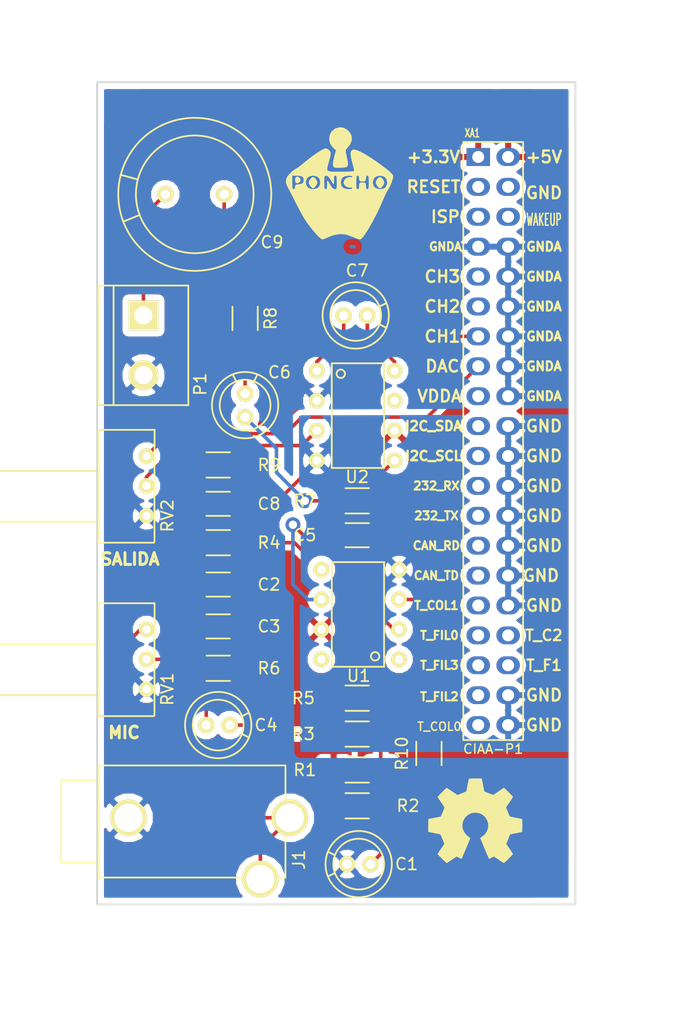
<source format=kicad_pcb>
(kicad_pcb (version 4) (host pcbnew 4.0.2-stable)

  (general
    (links 60)
    (no_connects 7)
    (area 151.689999 73.584999 192.480001 143.585001)
    (thickness 1.6)
    (drawings 6)
    (tracks 87)
    (zones 0)
    (modules 31)
    (nets 47)
  )

  (page A4)
  (title_block
    (title "Poncho EDU CIAA Amp Audio")
    (company "CIAA - COMPUTADORA INDUSTRIAL ABIERTA ARGENTINA - Version EDU CIAA NXP")
    (comment 1 "Autor: Valentin Giovagnoli                    Licencia: Ver 'doc/LICENCIA.txt'")
    (comment 2 "Curso: Diseño de Circuitos Impresos CESE")
  )

  (layers
    (0 F.Cu signal hide)
    (31 B.Cu signal)
    (32 B.Adhes user hide)
    (33 F.Adhes user hide)
    (34 B.Paste user hide)
    (35 F.Paste user hide)
    (36 B.SilkS user hide)
    (37 F.SilkS user)
    (38 B.Mask user hide)
    (39 F.Mask user hide)
    (40 Dwgs.User user)
    (41 Cmts.User user hide)
    (42 Eco1.User user hide)
    (43 Eco2.User user hide)
    (44 Edge.Cuts user)
    (45 Margin user hide)
    (46 B.CrtYd user hide)
    (47 F.CrtYd user)
    (48 B.Fab user hide)
    (49 F.Fab user hide)
  )

  (setup
    (last_trace_width 0.3048)
    (user_trace_width 0.3048)
    (trace_clearance 0.3048)
    (zone_clearance 0.508)
    (zone_45_only no)
    (trace_min 0.3048)
    (segment_width 0.2)
    (edge_width 0.15)
    (via_size 0.6)
    (via_drill 0.4)
    (via_min_size 0.4)
    (via_min_drill 0.3)
    (user_via 1.27 0.7112)
    (uvia_size 0.3)
    (uvia_drill 0.1)
    (uvias_allowed no)
    (uvia_min_size 0.254)
    (uvia_min_drill 0.1)
    (pcb_text_width 0.3)
    (pcb_text_size 1.5 1.5)
    (mod_edge_width 0.15)
    (mod_text_size 1 1)
    (mod_text_width 0.15)
    (pad_size 1.32 1.32)
    (pad_drill 0.66)
    (pad_to_mask_clearance 0.2)
    (aux_axis_origin 0 0)
    (visible_elements 7FFEEF7F)
    (pcbplotparams
      (layerselection 0x00030_80000001)
      (usegerberextensions false)
      (excludeedgelayer true)
      (linewidth 0.100000)
      (plotframeref false)
      (viasonmask false)
      (mode 1)
      (useauxorigin false)
      (hpglpennumber 1)
      (hpglpenspeed 20)
      (hpglpendiameter 15)
      (hpglpenoverlay 2)
      (psnegative false)
      (psa4output false)
      (plotreference true)
      (plotvalue true)
      (plotinvisibletext false)
      (padsonsilk false)
      (subtractmaskfromsilk false)
      (outputformat 1)
      (mirror false)
      (drillshape 1)
      (scaleselection 1)
      (outputdirectory ""))
  )

  (net 0 "")
  (net 1 "Net-(C1-Pad1)")
  (net 2 GNDA)
  (net 3 "Net-(C2-Pad1)")
  (net 4 "Net-(C3-Pad2)")
  (net 5 "Net-(C5-Pad1)")
  (net 6 "Net-(C5-Pad2)")
  (net 7 "Net-(C6-Pad2)")
  (net 8 "Net-(C7-Pad1)")
  (net 9 "Net-(C7-Pad2)")
  (net 10 "Net-(C8-Pad1)")
  (net 11 "Net-(C8-Pad2)")
  (net 12 "Net-(C9-Pad2)")
  (net 13 "Net-(J1-Pad1)")
  (net 14 +5V)
  (net 15 "Net-(R5-Pad1)")
  (net 16 "Net-(U1-Pad1)")
  (net 17 "Net-(U1-Pad5)")
  (net 18 "Net-(RV2-Pad2)")
  (net 19 +3.3V)
  (net 20 "Net-(XA1-Pad11)")
  (net 21 "Net-(XA1-Pad6)")
  (net 22 "Net-(XA1-Pad17)")
  (net 23 "Net-(XA1-Pad19)")
  (net 24 "Net-(XA1-Pad21)")
  (net 25 "Net-(XA1-Pad23)")
  (net 26 "Net-(XA1-Pad25)")
  (net 27 "Net-(XA1-Pad27)")
  (net 28 "Net-(XA1-Pad29)")
  (net 29 "Net-(XA1-Pad31)")
  (net 30 "Net-(XA1-Pad33)")
  (net 31 "Net-(XA1-Pad34)")
  (net 32 "Net-(XA1-Pad36)")
  (net 33 "Net-(XA1-Pad35)")
  (net 34 "Net-(XA1-Pad37)")
  (net 35 "Net-(XA1-Pad3)")
  (net 36 "Net-(XA1-Pad5)")
  (net 37 "Net-(XA1-Pad9)")
  (net 38 "Net-(XA1-Pad39)")
  (net 39 "Net-(F1-Pad1)")
  (net 40 "Net-(F2-Pad1)")
  (net 41 "Net-(C3-Pad1)")
  (net 42 "Net-(C4-Pad2)")
  (net 43 "Net-(F3-Pad1)")
  (net 44 /ADC)
  (net 45 /DAC)
  (net 46 GND)

  (net_class Default "Esta es la clase de red por defecto."
    (clearance 0.3048)
    (trace_width 0.3048)
    (via_dia 0.6)
    (via_drill 0.4)
    (uvia_dia 0.3)
    (uvia_drill 0.1)
    (add_net +3.3V)
    (add_net +5V)
    (add_net /ADC)
    (add_net /DAC)
    (add_net GND)
    (add_net GNDA)
    (add_net "Net-(C1-Pad1)")
    (add_net "Net-(C2-Pad1)")
    (add_net "Net-(C3-Pad1)")
    (add_net "Net-(C3-Pad2)")
    (add_net "Net-(C4-Pad2)")
    (add_net "Net-(C5-Pad1)")
    (add_net "Net-(C5-Pad2)")
    (add_net "Net-(C6-Pad2)")
    (add_net "Net-(C7-Pad1)")
    (add_net "Net-(C7-Pad2)")
    (add_net "Net-(C8-Pad1)")
    (add_net "Net-(C8-Pad2)")
    (add_net "Net-(C9-Pad2)")
    (add_net "Net-(F1-Pad1)")
    (add_net "Net-(F2-Pad1)")
    (add_net "Net-(F3-Pad1)")
    (add_net "Net-(J1-Pad1)")
    (add_net "Net-(R5-Pad1)")
    (add_net "Net-(RV2-Pad2)")
    (add_net "Net-(U1-Pad1)")
    (add_net "Net-(U1-Pad5)")
    (add_net "Net-(XA1-Pad11)")
    (add_net "Net-(XA1-Pad17)")
    (add_net "Net-(XA1-Pad19)")
    (add_net "Net-(XA1-Pad21)")
    (add_net "Net-(XA1-Pad23)")
    (add_net "Net-(XA1-Pad25)")
    (add_net "Net-(XA1-Pad27)")
    (add_net "Net-(XA1-Pad29)")
    (add_net "Net-(XA1-Pad3)")
    (add_net "Net-(XA1-Pad31)")
    (add_net "Net-(XA1-Pad33)")
    (add_net "Net-(XA1-Pad34)")
    (add_net "Net-(XA1-Pad35)")
    (add_net "Net-(XA1-Pad36)")
    (add_net "Net-(XA1-Pad37)")
    (add_net "Net-(XA1-Pad39)")
    (add_net "Net-(XA1-Pad5)")
    (add_net "Net-(XA1-Pad6)")
    (add_net "Net-(XA1-Pad9)")
  )

  (module footprints:C_Kemet_ESY277M063AL3AA (layer F.Cu) (tedit 5797E58D) (tstamp 578B9F1D)
    (at 162.56 83.185 180)
    (path /57973DC6)
    (fp_text reference C9 (at -4.064 -4.064 180) (layer F.SilkS)
      (effects (font (size 1 1) (thickness 0.15)))
    )
    (fp_text value "270 uF" (at 2.54 2.54 180) (layer F.Fab)
      (effects (font (size 1 1) (thickness 0.15)))
    )
    (fp_line (start 8.763 1.651) (end 7.366 1.27) (layer F.SilkS) (width 0.15))
    (fp_line (start 8.509 -2.286) (end 7.239 -1.778) (layer F.SilkS) (width 0.15))
    (fp_circle (center 2.5 0) (end -2.5 0) (layer F.SilkS) (width 0.15))
    (fp_circle (center 2.5 0) (end 9 0) (layer F.SilkS) (width 0.15))
    (pad 1 thru_hole circle (at 0 0 180) (size 1.4 1.4) (drill 0.8) (layers *.Cu *.Mask F.SilkS)
      (net 10 "Net-(C8-Pad1)"))
    (pad 2 thru_hole circle (at 5 0 180) (size 1.4 1.4) (drill 0.8) (layers *.Cu *.Mask F.SilkS)
      (net 12 "Net-(C9-Pad2)"))
    (model Capacitors_ThroughHole.3dshapes/C_Radial_D13_L21_P5.wrl
      (at (xyz 0.1 0 0))
      (scale (xyz 1 1 1))
      (rotate (xyz 0 0 90))
    )
  )

  (module footprints:LM741_Texas_Instruments (layer F.Cu) (tedit 5797E640) (tstamp 578B9FEC)
    (at 177.419 122.682 90)
    (path /5797220C)
    (fp_text reference U1 (at -1.397 -3.429 180) (layer F.SilkS)
      (effects (font (size 1 1) (thickness 0.15)))
    )
    (fp_text value LM741 (at 4.064 -3.556 90) (layer F.Fab)
      (effects (font (size 1 1) (thickness 0.15)))
    )
    (fp_circle (center 0.254 -2.032) (end 0 -2.286) (layer F.SilkS) (width 0.15))
    (fp_line (start -0.635 -5.715) (end -0.635 -1.27) (layer F.SilkS) (width 0.15))
    (fp_line (start -0.635 -1.27) (end 8.255 -1.27) (layer F.SilkS) (width 0.15))
    (fp_line (start 8.255 -1.27) (end 8.255 -5.715) (layer F.SilkS) (width 0.15))
    (fp_line (start 8.255 -5.715) (end -0.635 -5.715) (layer F.SilkS) (width 0.15))
    (pad 1 thru_hole circle (at 0 0 90) (size 1.33 1.33) (drill 0.73) (layers *.Cu *.Mask F.SilkS)
      (net 16 "Net-(U1-Pad1)"))
    (pad 2 thru_hole circle (at 2.54 0 90) (size 1.33 1.33) (drill 0.73) (layers *.Cu *.Mask F.SilkS)
      (net 6 "Net-(C5-Pad2)"))
    (pad 3 thru_hole circle (at 5.08 0 90) (size 1.33 1.33) (drill 0.73) (layers *.Cu *.Mask F.SilkS)
      (net 15 "Net-(R5-Pad1)"))
    (pad 4 thru_hole circle (at 7.62 0 90) (size 1.33 1.33) (drill 0.73) (layers *.Cu *.Mask F.SilkS)
      (net 46 GND))
    (pad 5 thru_hole circle (at 7.62 -6.6 90) (size 1.33 1.33) (drill 0.73) (layers *.Cu *.Mask F.SilkS)
      (net 17 "Net-(U1-Pad5)"))
    (pad 6 thru_hole circle (at 5.08 -6.6 90) (size 1.33 1.33) (drill 0.73) (layers *.Cu *.Mask F.SilkS)
      (net 5 "Net-(C5-Pad1)"))
    (pad 7 thru_hole circle (at 2.54 -6.6 90) (size 1.33 1.33) (drill 0.73) (layers *.Cu *.Mask F.SilkS)
      (net 19 +3.3V))
    (pad 8 thru_hole circle (at 0 -6.6 90) (size 1.33 1.33) (drill 0.73) (layers *.Cu *.Mask F.SilkS))
    (model Housings_DIP.3dshapes/DIP-8_W7.62mm.wrl
      (at (xyz 0 0 0))
      (scale (xyz 0.85 1 1))
      (rotate (xyz 0 0 -90))
    )
  )

  (module footprints:Kemet_ESH106M050AC3AA (layer F.Cu) (tedit 5797EE54) (tstamp 578B9EC5)
    (at 175.006 140.081 180)
    (path /5797230E)
    (fp_text reference C1 (at -3.048 0 360) (layer F.SilkS)
      (effects (font (size 1 1) (thickness 0.15)))
    )
    (fp_text value "100 uF" (at -0.762 -3.556 360) (layer F.Fab)
      (effects (font (size 1 1) (thickness 0.15)))
    )
    (fp_line (start 3.556 1.016) (end 3.048 0.762) (layer F.SilkS) (width 0.15))
    (fp_line (start 3.556 -1.016) (end 3.048 -0.762) (layer F.SilkS) (width 0.15))
    (fp_circle (center 1.016 0) (end -0.508 -1.524) (layer F.SilkS) (width 0.15))
    (fp_circle (center 1.016 0) (end 3 -2) (layer F.SilkS) (width 0.15))
    (pad 1 thru_hole circle (at 0 0 180) (size 1.4 1.4) (drill 0.8) (layers *.Cu *.Mask F.SilkS)
      (net 1 "Net-(C1-Pad1)") (die_length 2))
    (pad 2 thru_hole circle (at 2 0 180) (size 1.4 1.4) (drill 0.8) (layers *.Cu *.Mask F.SilkS)
      (net 2 GNDA))
    (model Capacitors_ThroughHole.3dshapes/C_Radial_D6.3_L11.2_P2.5.wrl
      (at (xyz 0 0 0))
      (scale (xyz 1 1 1))
      (rotate (xyz 0 0 0))
    )
  )

  (module Capacitors_SMD:C_1206_HandSoldering (layer F.Cu) (tedit 5797E11C) (tstamp 578B9ED1)
    (at 162.052 116.332)
    (descr "Capacitor SMD 1206, hand soldering")
    (tags "capacitor 1206")
    (path /5797231C)
    (attr smd)
    (fp_text reference C2 (at 4.318 0 180) (layer F.SilkS)
      (effects (font (size 1 1) (thickness 0.15)))
    )
    (fp_text value "22 uF" (at -0.254 0) (layer F.Fab)
      (effects (font (size 1 1) (thickness 0.15)))
    )
    (fp_line (start -3.3 -1.15) (end 3.3 -1.15) (layer F.CrtYd) (width 0.05))
    (fp_line (start -3.3 1.15) (end 3.3 1.15) (layer F.CrtYd) (width 0.05))
    (fp_line (start -3.3 -1.15) (end -3.3 1.15) (layer F.CrtYd) (width 0.05))
    (fp_line (start 3.3 -1.15) (end 3.3 1.15) (layer F.CrtYd) (width 0.05))
    (fp_line (start 1 -1.025) (end -1 -1.025) (layer F.SilkS) (width 0.15))
    (fp_line (start -1 1.025) (end 1 1.025) (layer F.SilkS) (width 0.15))
    (pad 1 smd rect (at -2 0) (size 2 1.6) (layers F.Cu F.Paste F.Mask)
      (net 3 "Net-(C2-Pad1)"))
    (pad 2 smd rect (at 2 0) (size 2 1.6) (layers F.Cu F.Paste F.Mask)
      (net 2 GNDA))
    (model Capacitors_SMD.3dshapes/C_1206_HandSoldering.wrl
      (at (xyz 0 0 0))
      (scale (xyz 1 1 1))
      (rotate (xyz 0 0 0))
    )
  )

  (module Capacitors_SMD:C_1206_HandSoldering (layer F.Cu) (tedit 5797E120) (tstamp 578B9EDD)
    (at 162.052 119.888)
    (descr "Capacitor SMD 1206, hand soldering")
    (tags "capacitor 1206")
    (path /57972251)
    (attr smd)
    (fp_text reference C3 (at 4.318 0) (layer F.SilkS)
      (effects (font (size 1 1) (thickness 0.15)))
    )
    (fp_text value "0,022 uF" (at 0 0) (layer F.Fab)
      (effects (font (size 1 1) (thickness 0.15)))
    )
    (fp_line (start -3.3 -1.15) (end 3.3 -1.15) (layer F.CrtYd) (width 0.05))
    (fp_line (start -3.3 1.15) (end 3.3 1.15) (layer F.CrtYd) (width 0.05))
    (fp_line (start -3.3 -1.15) (end -3.3 1.15) (layer F.CrtYd) (width 0.05))
    (fp_line (start 3.3 -1.15) (end 3.3 1.15) (layer F.CrtYd) (width 0.05))
    (fp_line (start 1 -1.025) (end -1 -1.025) (layer F.SilkS) (width 0.15))
    (fp_line (start -1 1.025) (end 1 1.025) (layer F.SilkS) (width 0.15))
    (pad 1 smd rect (at -2 0) (size 2 1.6) (layers F.Cu F.Paste F.Mask)
      (net 41 "Net-(C3-Pad1)"))
    (pad 2 smd rect (at 2 0) (size 2 1.6) (layers F.Cu F.Paste F.Mask)
      (net 4 "Net-(C3-Pad2)"))
    (model Capacitors_SMD.3dshapes/C_1206_HandSoldering.wrl
      (at (xyz 0 0 0))
      (scale (xyz 1 1 1))
      (rotate (xyz 0 0 0))
    )
  )

  (module footprints:Kemet_ESH106M050AC3AA (layer F.Cu) (tedit 5797EE62) (tstamp 578B9EE7)
    (at 161.036 128.27)
    (path /57972265)
    (fp_text reference C4 (at 5.08 0) (layer F.SilkS)
      (effects (font (size 1 1) (thickness 0.15)))
    )
    (fp_text value "1 uF" (at -0.762 4.318 90) (layer F.Fab)
      (effects (font (size 1 1) (thickness 0.15)))
    )
    (fp_line (start 3.556 1.016) (end 3.048 0.762) (layer F.SilkS) (width 0.15))
    (fp_line (start 3.556 -1.016) (end 3.048 -0.762) (layer F.SilkS) (width 0.15))
    (fp_circle (center 1.016 0) (end -0.508 -1.524) (layer F.SilkS) (width 0.15))
    (fp_circle (center 1.016 0) (end 3 -2) (layer F.SilkS) (width 0.15))
    (pad 1 thru_hole circle (at 0 0) (size 1.4 1.4) (drill 0.8) (layers *.Cu *.Mask F.SilkS)
      (net 4 "Net-(C3-Pad2)") (die_length 2))
    (pad 2 thru_hole circle (at 2 0) (size 1.4 1.4) (drill 0.8) (layers *.Cu *.Mask F.SilkS)
      (net 42 "Net-(C4-Pad2)"))
    (model Capacitors_ThroughHole.3dshapes/C_Radial_D5_L11_P2.wrl
      (at (xyz 0 0 0))
      (scale (xyz 1 1 1))
      (rotate (xyz 0 0 0))
    )
  )

  (module Capacitors_SMD:C_1206_HandSoldering (layer F.Cu) (tedit 5797E86C) (tstamp 578B9EF3)
    (at 173.863 112.141)
    (descr "Capacitor SMD 1206, hand soldering")
    (tags "capacitor 1206")
    (path /579722CC)
    (attr smd)
    (fp_text reference C5 (at -4.445 0) (layer F.SilkS)
      (effects (font (size 1 1) (thickness 0.15)))
    )
    (fp_text value 100pF (at 5.842 0) (layer F.Fab)
      (effects (font (size 1 1) (thickness 0.15)))
    )
    (fp_line (start -3.3 -1.15) (end 3.3 -1.15) (layer F.CrtYd) (width 0.05))
    (fp_line (start -3.3 1.15) (end 3.3 1.15) (layer F.CrtYd) (width 0.05))
    (fp_line (start -3.3 -1.15) (end -3.3 1.15) (layer F.CrtYd) (width 0.05))
    (fp_line (start 3.3 -1.15) (end 3.3 1.15) (layer F.CrtYd) (width 0.05))
    (fp_line (start 1 -1.025) (end -1 -1.025) (layer F.SilkS) (width 0.15))
    (fp_line (start -1 1.025) (end 1 1.025) (layer F.SilkS) (width 0.15))
    (pad 1 smd rect (at -2 0) (size 2 1.6) (layers F.Cu F.Paste F.Mask)
      (net 5 "Net-(C5-Pad1)"))
    (pad 2 smd rect (at 2 0) (size 2 1.6) (layers F.Cu F.Paste F.Mask)
      (net 6 "Net-(C5-Pad2)"))
    (model Capacitors_SMD.3dshapes/C_1206_HandSoldering.wrl
      (at (xyz 0 0 0))
      (scale (xyz 1 1 1))
      (rotate (xyz 0 0 0))
    )
  )

  (module footprints:Kemet_ESH106M050AC3AA (layer F.Cu) (tedit 5797EE97) (tstamp 578B9EFD)
    (at 164.338 102.108 90)
    (path /5797232A)
    (fp_text reference C6 (at 3.81 2.921 180) (layer F.SilkS)
      (effects (font (size 1 1) (thickness 0.15)))
    )
    (fp_text value "10 uF" (at -1.016 -4.699 180) (layer F.Fab)
      (effects (font (size 1 1) (thickness 0.15)))
    )
    (fp_line (start 3.556 1.016) (end 3.048 0.762) (layer F.SilkS) (width 0.15))
    (fp_line (start 3.556 -1.016) (end 3.048 -0.762) (layer F.SilkS) (width 0.15))
    (fp_circle (center 1.016 0) (end -0.508 -1.524) (layer F.SilkS) (width 0.15))
    (fp_circle (center 1.016 0) (end 3 -2) (layer F.SilkS) (width 0.15))
    (pad 1 thru_hole circle (at 0 0 90) (size 1.4 1.4) (drill 0.8) (layers *.Cu *.Mask F.SilkS)
      (net 5 "Net-(C5-Pad1)") (die_length 2))
    (pad 2 thru_hole circle (at 2 0 90) (size 1.4 1.4) (drill 0.8) (layers *.Cu *.Mask F.SilkS)
      (net 7 "Net-(C6-Pad2)"))
    (model Capacitors_ThroughHole.3dshapes/C_Radial_D5_L11_P2.wrl
      (at (xyz 0 0 0))
      (scale (xyz 1 1 1))
      (rotate (xyz 0 0 0))
    )
  )

  (module footprints:Kemet_ESH106M050AC3AA (layer F.Cu) (tedit 5797EE7D) (tstamp 578B9F07)
    (at 172.72 93.472)
    (path /57973DD8)
    (fp_text reference C7 (at 1.143 -3.81) (layer F.SilkS)
      (effects (font (size 1 1) (thickness 0.15)))
    )
    (fp_text value "10 uF" (at 5.588 2.286) (layer F.Fab)
      (effects (font (size 1 1) (thickness 0.15)))
    )
    (fp_line (start 3.556 1.016) (end 3.048 0.762) (layer F.SilkS) (width 0.15))
    (fp_line (start 3.556 -1.016) (end 3.048 -0.762) (layer F.SilkS) (width 0.15))
    (fp_circle (center 1.016 0) (end -0.508 -1.524) (layer F.SilkS) (width 0.15))
    (fp_circle (center 1.016 0) (end 3 -2) (layer F.SilkS) (width 0.15))
    (pad 1 thru_hole circle (at 0 0) (size 1.4 1.4) (drill 0.8) (layers *.Cu *.Mask F.SilkS)
      (net 8 "Net-(C7-Pad1)") (die_length 2))
    (pad 2 thru_hole circle (at 2 0) (size 1.4 1.4) (drill 0.8) (layers *.Cu *.Mask F.SilkS)
      (net 9 "Net-(C7-Pad2)"))
    (model Capacitors_ThroughHole.3dshapes/C_Radial_D5_L11_P2.wrl
      (at (xyz 0 0 0))
      (scale (xyz 1 1 1))
      (rotate (xyz 0 0 0))
    )
  )

  (module Capacitors_SMD:C_1206_HandSoldering (layer F.Cu) (tedit 5797E128) (tstamp 578B9F13)
    (at 162.052 109.474 180)
    (descr "Capacitor SMD 1206, hand soldering")
    (tags "capacitor 1206")
    (path /57973DA4)
    (attr smd)
    (fp_text reference C8 (at -4.318 0 180) (layer F.SilkS)
      (effects (font (size 1 1) (thickness 0.15)))
    )
    (fp_text value "0,047 uF" (at 0 0 180) (layer F.Fab)
      (effects (font (size 1 1) (thickness 0.15)))
    )
    (fp_line (start -3.3 -1.15) (end 3.3 -1.15) (layer F.CrtYd) (width 0.05))
    (fp_line (start -3.3 1.15) (end 3.3 1.15) (layer F.CrtYd) (width 0.05))
    (fp_line (start -3.3 -1.15) (end -3.3 1.15) (layer F.CrtYd) (width 0.05))
    (fp_line (start 3.3 -1.15) (end 3.3 1.15) (layer F.CrtYd) (width 0.05))
    (fp_line (start 1 -1.025) (end -1 -1.025) (layer F.SilkS) (width 0.15))
    (fp_line (start -1 1.025) (end 1 1.025) (layer F.SilkS) (width 0.15))
    (pad 1 smd rect (at -2 0 180) (size 2 1.6) (layers F.Cu F.Paste F.Mask)
      (net 10 "Net-(C8-Pad1)"))
    (pad 2 smd rect (at 2 0 180) (size 2 1.6) (layers F.Cu F.Paste F.Mask)
      (net 11 "Net-(C8-Pad2)"))
    (model Capacitors_SMD.3dshapes/C_1206_HandSoldering.wrl
      (at (xyz 0 0 0))
      (scale (xyz 1 1 1))
      (rotate (xyz 0 0 0))
    )
  )

  (module Connect:bornier2 (layer F.Cu) (tedit 5797E14E) (tstamp 578B9F3B)
    (at 155.702 96.012 270)
    (descr "Bornier d'alimentation 2 pins")
    (tags DEV)
    (path /57973DE7)
    (fp_text reference P1 (at 3.302 -4.826 270) (layer F.SilkS)
      (effects (font (size 1 1) (thickness 0.15)))
    )
    (fp_text value CONN_01X02 (at 0 5.08 270) (layer F.Fab)
      (effects (font (size 1 1) (thickness 0.15)))
    )
    (fp_line (start 5.08 2.54) (end -5.08 2.54) (layer F.SilkS) (width 0.15))
    (fp_line (start 5.08 3.81) (end 5.08 -3.81) (layer F.SilkS) (width 0.15))
    (fp_line (start 5.08 -3.81) (end -5.08 -3.81) (layer F.SilkS) (width 0.15))
    (fp_line (start -5.08 -3.81) (end -5.08 3.81) (layer F.SilkS) (width 0.15))
    (fp_line (start -5.08 3.81) (end 5.08 3.81) (layer F.SilkS) (width 0.15))
    (pad 1 thru_hole rect (at -2.54 0 270) (size 2.54 2.54) (drill 1.524) (layers *.Cu *.Mask F.SilkS)
      (net 12 "Net-(C9-Pad2)"))
    (pad 2 thru_hole circle (at 2.54 0 270) (size 2.54 2.54) (drill 1.524) (layers *.Cu *.Mask F.SilkS)
      (net 2 GNDA))
    (model Connect.3dshapes/bornier2.wrl
      (at (xyz 0 0 0))
      (scale (xyz 1 1 1))
      (rotate (xyz 0 0 0))
    )
  )

  (module footprints:R_1206_HandSoldering (layer F.Cu) (tedit 5797E87A) (tstamp 578B9F47)
    (at 173.863 132.08)
    (descr "Resistor SMD 1206, hand soldering")
    (tags "resistor 1206")
    (path /57972281)
    (attr smd)
    (fp_text reference R1 (at -4.445 0 180) (layer F.SilkS)
      (effects (font (size 1 1) (thickness 0.15)))
    )
    (fp_text value 4,7k (at 5.08 0.127) (layer F.Fab)
      (effects (font (size 1 1) (thickness 0.15)))
    )
    (fp_line (start -3.3 -1.2) (end 3.3 -1.2) (layer F.CrtYd) (width 0.05))
    (fp_line (start -3.3 1.2) (end 3.3 1.2) (layer F.CrtYd) (width 0.05))
    (fp_line (start -3.3 -1.2) (end -3.3 1.2) (layer F.CrtYd) (width 0.05))
    (fp_line (start 3.3 -1.2) (end 3.3 1.2) (layer F.CrtYd) (width 0.05))
    (fp_line (start 1 1.075) (end -1 1.075) (layer F.SilkS) (width 0.15))
    (fp_line (start -1 -1.075) (end 1 -1.075) (layer F.SilkS) (width 0.15))
    (pad 1 smd rect (at -2 0) (size 2 1.7) (layers F.Cu F.Paste F.Mask)
      (net 19 +3.3V))
    (pad 2 smd rect (at 2 0) (size 2 1.7) (layers F.Cu F.Paste F.Mask)
      (net 1 "Net-(C1-Pad1)"))
    (model Resistors_SMD.3dshapes/R_1206_HandSoldering.wrl
      (at (xyz 0 0 0))
      (scale (xyz 1 1 1))
      (rotate (xyz 0 0 0))
    )
  )

  (module footprints:R_1206_HandSoldering (layer F.Cu) (tedit 5797E5BC) (tstamp 578B9F53)
    (at 173.863 135.128 180)
    (descr "Resistor SMD 1206, hand soldering")
    (tags "resistor 1206")
    (path /5797228F)
    (attr smd)
    (fp_text reference R2 (at -4.318 0 180) (layer F.SilkS)
      (effects (font (size 1 1) (thickness 0.15)))
    )
    (fp_text value 4,7k (at -0.254 0 180) (layer F.Fab)
      (effects (font (size 1 1) (thickness 0.15)))
    )
    (fp_line (start -3.3 -1.2) (end 3.3 -1.2) (layer F.CrtYd) (width 0.05))
    (fp_line (start -3.3 1.2) (end 3.3 1.2) (layer F.CrtYd) (width 0.05))
    (fp_line (start -3.3 -1.2) (end -3.3 1.2) (layer F.CrtYd) (width 0.05))
    (fp_line (start 3.3 -1.2) (end 3.3 1.2) (layer F.CrtYd) (width 0.05))
    (fp_line (start 1 1.075) (end -1 1.075) (layer F.SilkS) (width 0.15))
    (fp_line (start -1 -1.075) (end 1 -1.075) (layer F.SilkS) (width 0.15))
    (pad 1 smd rect (at -2 0 180) (size 2 1.7) (layers F.Cu F.Paste F.Mask)
      (net 1 "Net-(C1-Pad1)"))
    (pad 2 smd rect (at 2 0 180) (size 2 1.7) (layers F.Cu F.Paste F.Mask)
      (net 2 GNDA))
    (model Resistors_SMD.3dshapes/R_1206_HandSoldering.wrl
      (at (xyz 0 0 0))
      (scale (xyz 1 1 1))
      (rotate (xyz 0 0 0))
    )
  )

  (module footprints:R_1206_HandSoldering (layer F.Cu) (tedit 5797EE5D) (tstamp 578B9F5F)
    (at 173.863 129.032)
    (descr "Resistor SMD 1206, hand soldering")
    (tags "resistor 1206")
    (path /57972273)
    (attr smd)
    (fp_text reference R3 (at -4.572 0 180) (layer F.SilkS)
      (effects (font (size 1 1) (thickness 0.15)))
    )
    (fp_text value 47k (at 4.699 0.127) (layer F.Fab)
      (effects (font (size 1 1) (thickness 0.15)))
    )
    (fp_line (start -3.3 -1.2) (end 3.3 -1.2) (layer F.CrtYd) (width 0.05))
    (fp_line (start -3.3 1.2) (end 3.3 1.2) (layer F.CrtYd) (width 0.05))
    (fp_line (start -3.3 -1.2) (end -3.3 1.2) (layer F.CrtYd) (width 0.05))
    (fp_line (start 3.3 -1.2) (end 3.3 1.2) (layer F.CrtYd) (width 0.05))
    (fp_line (start 1 1.075) (end -1 1.075) (layer F.SilkS) (width 0.15))
    (fp_line (start -1 -1.075) (end 1 -1.075) (layer F.SilkS) (width 0.15))
    (pad 1 smd rect (at -2 0) (size 2 1.7) (layers F.Cu F.Paste F.Mask)
      (net 42 "Net-(C4-Pad2)"))
    (pad 2 smd rect (at 2 0) (size 2 1.7) (layers F.Cu F.Paste F.Mask)
      (net 1 "Net-(C1-Pad1)"))
    (model Resistors_SMD.3dshapes/R_1206_HandSoldering.wrl
      (at (xyz 0 0 0))
      (scale (xyz 1 1 1))
      (rotate (xyz 0 0 0))
    )
  )

  (module footprints:R_1206_HandSoldering (layer F.Cu) (tedit 5797E122) (tstamp 578B9F6B)
    (at 162.052 112.776 180)
    (descr "Resistor SMD 1206, hand soldering")
    (tags "resistor 1206")
    (path /579722B7)
    (attr smd)
    (fp_text reference R4 (at -4.318 0 180) (layer F.SilkS)
      (effects (font (size 1 1) (thickness 0.15)))
    )
    (fp_text value 560 (at 0 0 180) (layer F.Fab)
      (effects (font (size 1 1) (thickness 0.15)))
    )
    (fp_line (start -3.3 -1.2) (end 3.3 -1.2) (layer F.CrtYd) (width 0.05))
    (fp_line (start -3.3 1.2) (end 3.3 1.2) (layer F.CrtYd) (width 0.05))
    (fp_line (start -3.3 -1.2) (end -3.3 1.2) (layer F.CrtYd) (width 0.05))
    (fp_line (start 3.3 -1.2) (end 3.3 1.2) (layer F.CrtYd) (width 0.05))
    (fp_line (start 1 1.075) (end -1 1.075) (layer F.SilkS) (width 0.15))
    (fp_line (start -1 -1.075) (end 1 -1.075) (layer F.SilkS) (width 0.15))
    (pad 1 smd rect (at -2 0 180) (size 2 1.7) (layers F.Cu F.Paste F.Mask)
      (net 6 "Net-(C5-Pad2)"))
    (pad 2 smd rect (at 2 0 180) (size 2 1.7) (layers F.Cu F.Paste F.Mask)
      (net 3 "Net-(C2-Pad1)"))
    (model Resistors_SMD.3dshapes/R_1206_HandSoldering.wrl
      (at (xyz 0 0 0))
      (scale (xyz 1 1 1))
      (rotate (xyz 0 0 0))
    )
  )

  (module footprints:R_1206_HandSoldering (layer F.Cu) (tedit 5797E881) (tstamp 578B9F77)
    (at 173.863 125.984 180)
    (descr "Resistor SMD 1206, hand soldering")
    (tags "resistor 1206")
    (path /579722A9)
    (attr smd)
    (fp_text reference R5 (at 4.572 0 180) (layer F.SilkS)
      (effects (font (size 1 1) (thickness 0.15)))
    )
    (fp_text value 1k (at -4.191 -0.127 180) (layer F.Fab)
      (effects (font (size 1 1) (thickness 0.15)))
    )
    (fp_line (start -3.3 -1.2) (end 3.3 -1.2) (layer F.CrtYd) (width 0.05))
    (fp_line (start -3.3 1.2) (end 3.3 1.2) (layer F.CrtYd) (width 0.05))
    (fp_line (start -3.3 -1.2) (end -3.3 1.2) (layer F.CrtYd) (width 0.05))
    (fp_line (start 3.3 -1.2) (end 3.3 1.2) (layer F.CrtYd) (width 0.05))
    (fp_line (start 1 1.075) (end -1 1.075) (layer F.SilkS) (width 0.15))
    (fp_line (start -1 -1.075) (end 1 -1.075) (layer F.SilkS) (width 0.15))
    (pad 1 smd rect (at -2 0 180) (size 2 1.7) (layers F.Cu F.Paste F.Mask)
      (net 15 "Net-(R5-Pad1)"))
    (pad 2 smd rect (at 2 0 180) (size 2 1.7) (layers F.Cu F.Paste F.Mask)
      (net 42 "Net-(C4-Pad2)"))
    (model Resistors_SMD.3dshapes/R_1206_HandSoldering.wrl
      (at (xyz 0 0 0))
      (scale (xyz 1 1 1))
      (rotate (xyz 0 0 0))
    )
  )

  (module footprints:R_1206_HandSoldering (layer F.Cu) (tedit 5797E6D4) (tstamp 578B9F83)
    (at 162.052 123.444)
    (descr "Resistor SMD 1206, hand soldering")
    (tags "resistor 1206")
    (path /57972243)
    (attr smd)
    (fp_text reference R6 (at 4.318 0) (layer F.SilkS)
      (effects (font (size 1 1) (thickness 0.15)))
    )
    (fp_text value 15k (at 0.127 0.127) (layer F.Fab)
      (effects (font (size 1 1) (thickness 0.15)))
    )
    (fp_line (start -3.3 -1.2) (end 3.3 -1.2) (layer F.CrtYd) (width 0.05))
    (fp_line (start -3.3 1.2) (end 3.3 1.2) (layer F.CrtYd) (width 0.05))
    (fp_line (start -3.3 -1.2) (end -3.3 1.2) (layer F.CrtYd) (width 0.05))
    (fp_line (start 3.3 -1.2) (end 3.3 1.2) (layer F.CrtYd) (width 0.05))
    (fp_line (start 1 1.075) (end -1 1.075) (layer F.SilkS) (width 0.15))
    (fp_line (start -1 -1.075) (end 1 -1.075) (layer F.SilkS) (width 0.15))
    (pad 1 smd rect (at -2 0) (size 2 1.7) (layers F.Cu F.Paste F.Mask)
      (net 2 GNDA))
    (pad 2 smd rect (at 2 0) (size 2 1.7) (layers F.Cu F.Paste F.Mask)
      (net 4 "Net-(C3-Pad2)"))
    (model Resistors_SMD.3dshapes/R_1206_HandSoldering.wrl
      (at (xyz 0 0 0))
      (scale (xyz 1 1 1))
      (rotate (xyz 0 0 0))
    )
  )

  (module footprints:R_1206_HandSoldering (layer F.Cu) (tedit 5797E870) (tstamp 578B9F8F)
    (at 173.863 109.22)
    (descr "Resistor SMD 1206, hand soldering")
    (tags "resistor 1206")
    (path /579722DA)
    (attr smd)
    (fp_text reference R7 (at -4.445 0) (layer F.SilkS)
      (effects (font (size 1 1) (thickness 0.15)))
    )
    (fp_text value 47k (at 5.08 0) (layer F.Fab)
      (effects (font (size 1 1) (thickness 0.15)))
    )
    (fp_line (start -3.3 -1.2) (end 3.3 -1.2) (layer F.CrtYd) (width 0.05))
    (fp_line (start -3.3 1.2) (end 3.3 1.2) (layer F.CrtYd) (width 0.05))
    (fp_line (start -3.3 -1.2) (end -3.3 1.2) (layer F.CrtYd) (width 0.05))
    (fp_line (start 3.3 -1.2) (end 3.3 1.2) (layer F.CrtYd) (width 0.05))
    (fp_line (start 1 1.075) (end -1 1.075) (layer F.SilkS) (width 0.15))
    (fp_line (start -1 -1.075) (end 1 -1.075) (layer F.SilkS) (width 0.15))
    (pad 1 smd rect (at -2 0) (size 2 1.7) (layers F.Cu F.Paste F.Mask)
      (net 5 "Net-(C5-Pad1)"))
    (pad 2 smd rect (at 2 0) (size 2 1.7) (layers F.Cu F.Paste F.Mask)
      (net 6 "Net-(C5-Pad2)"))
    (model Resistors_SMD.3dshapes/R_1206_HandSoldering.wrl
      (at (xyz 0 0 0))
      (scale (xyz 1 1 1))
      (rotate (xyz 0 0 0))
    )
  )

  (module footprints:R_1206_HandSoldering (layer F.Cu) (tedit 5797EE79) (tstamp 578B9F9B)
    (at 164.338 93.726 270)
    (descr "Resistor SMD 1206, hand soldering")
    (tags "resistor 1206")
    (path /57972338)
    (attr smd)
    (fp_text reference R8 (at 0 -2.159 270) (layer F.SilkS)
      (effects (font (size 1 1) (thickness 0.15)))
    )
    (fp_text value 4,7k (at -0.254 0 270) (layer F.Fab)
      (effects (font (size 1 1) (thickness 0.15)))
    )
    (fp_line (start -3.3 -1.2) (end 3.3 -1.2) (layer F.CrtYd) (width 0.05))
    (fp_line (start -3.3 1.2) (end 3.3 1.2) (layer F.CrtYd) (width 0.05))
    (fp_line (start -3.3 -1.2) (end -3.3 1.2) (layer F.CrtYd) (width 0.05))
    (fp_line (start 3.3 -1.2) (end 3.3 1.2) (layer F.CrtYd) (width 0.05))
    (fp_line (start 1 1.075) (end -1 1.075) (layer F.SilkS) (width 0.15))
    (fp_line (start -1 -1.075) (end 1 -1.075) (layer F.SilkS) (width 0.15))
    (pad 1 smd rect (at -2 0 270) (size 2 1.7) (layers F.Cu F.Paste F.Mask)
      (net 44 /ADC))
    (pad 2 smd rect (at 2 0 270) (size 2 1.7) (layers F.Cu F.Paste F.Mask)
      (net 7 "Net-(C6-Pad2)"))
    (model Resistors_SMD.3dshapes/R_1206_HandSoldering.wrl
      (at (xyz 0 0 0))
      (scale (xyz 1 1 1))
      (rotate (xyz 0 0 0))
    )
  )

  (module footprints:R_1206_HandSoldering (layer F.Cu) (tedit 5797E125) (tstamp 578B9FA7)
    (at 162.052 106.172)
    (descr "Resistor SMD 1206, hand soldering")
    (tags "resistor 1206")
    (path /57973DB3)
    (attr smd)
    (fp_text reference R9 (at 4.318 0) (layer F.SilkS)
      (effects (font (size 1 1) (thickness 0.15)))
    )
    (fp_text value 10 (at -0.254 0) (layer F.Fab)
      (effects (font (size 1 1) (thickness 0.15)))
    )
    (fp_line (start -3.3 -1.2) (end 3.3 -1.2) (layer F.CrtYd) (width 0.05))
    (fp_line (start -3.3 1.2) (end 3.3 1.2) (layer F.CrtYd) (width 0.05))
    (fp_line (start -3.3 -1.2) (end -3.3 1.2) (layer F.CrtYd) (width 0.05))
    (fp_line (start 3.3 -1.2) (end 3.3 1.2) (layer F.CrtYd) (width 0.05))
    (fp_line (start 1 1.075) (end -1 1.075) (layer F.SilkS) (width 0.15))
    (fp_line (start -1 -1.075) (end 1 -1.075) (layer F.SilkS) (width 0.15))
    (pad 1 smd rect (at -2 0) (size 2 1.7) (layers F.Cu F.Paste F.Mask)
      (net 11 "Net-(C8-Pad2)"))
    (pad 2 smd rect (at 2 0) (size 2 1.7) (layers F.Cu F.Paste F.Mask)
      (net 2 GNDA))
    (model Resistors_SMD.3dshapes/R_1206_HandSoldering.wrl
      (at (xyz 0 0 0))
      (scale (xyz 1 1 1))
      (rotate (xyz 0 0 0))
    )
  )

  (module footprints:POT_20K_0.25W_Bourns_3310C (layer F.Cu) (tedit 5797E140) (tstamp 578B9FBC)
    (at 155.956 120.142 180)
    (path /5797222F)
    (fp_text reference RV1 (at -1.778 -5.08 270) (layer F.SilkS)
      (effects (font (size 1 1) (thickness 0.15)))
    )
    (fp_text value 20k (at 2.54 -3.556 270) (layer F.Fab)
      (effects (font (size 1 1) (thickness 0.15)))
    )
    (fp_line (start 4.191 -5.588) (end 16.129 -5.588) (layer F.SilkS) (width 0.15))
    (fp_line (start 16.129 -5.588) (end 16.129 -3.81) (layer F.SilkS) (width 0.15))
    (fp_line (start 16.129 -3.81) (end 13.081 -3.81) (layer F.SilkS) (width 0.15))
    (fp_line (start 13.081 -3.81) (end 13.081 -3.048) (layer F.SilkS) (width 0.15))
    (fp_line (start 13.081 -3.048) (end 16.129 -3.048) (layer F.SilkS) (width 0.15))
    (fp_line (start 16.129 -3.048) (end 16.129 -1.27) (layer F.SilkS) (width 0.15))
    (fp_line (start 16.129 -1.27) (end 4.191 -1.27) (layer F.SilkS) (width 0.15))
    (fp_line (start 3.556 -7.366) (end 4.064 -7.366) (layer F.SilkS) (width 0.15))
    (fp_line (start 4.064 2.159) (end 4.064 -7.366) (layer F.SilkS) (width 0.15))
    (fp_line (start -0.635 -7.366) (end 3.556 -7.366) (layer F.SilkS) (width 0.15))
    (fp_line (start -0.68 0) (end -0.68 -7.3) (layer F.SilkS) (width 0.15))
    (fp_line (start 0 2.22) (end 4.06 2.22) (layer F.SilkS) (width 0.15))
    (fp_line (start -0.69 2.22) (end -0.69 0) (layer F.SilkS) (width 0.15))
    (fp_line (start -0.69 2.22) (end 0 2.22) (layer F.SilkS) (width 0.15))
    (pad 1 thru_hole circle (at 0 0 180) (size 1.31 1.31) (drill 0.71) (layers *.Cu *.Mask F.SilkS)
      (net 13 "Net-(J1-Pad1)"))
    (pad 2 thru_hole circle (at 0 -2.54 180) (size 1.31 1.31) (drill 0.71) (layers *.Cu *.Mask F.SilkS)
      (net 41 "Net-(C3-Pad1)"))
    (pad 3 thru_hole circle (at 0 -5.08 180) (size 1.31 1.31) (drill 0.71) (layers *.Cu *.Mask F.SilkS)
      (net 2 GNDA))
    (model "../../../../../../Users/giovagno/Desktop/CESE/Diseño de Circuitos Impresos/Trabajo Final/Poncho EDU CIAA Amp Audio/footprints.3dshapes/RV1_Pot_20k.wrl"
      (at (xyz -0.034 0.1 0.187))
      (scale (xyz 0.4 0.4 0.4))
      (rotate (xyz 0 -90 180))
    )
  )

  (module footprints:Conn_Poncho_Derecha (layer F.Cu) (tedit 5797E6B3) (tstamp 578BA056)
    (at 184.15 80.01)
    (tags "CONN Poncho")
    (path /5797474F)
    (fp_text reference XA1 (at -0.508 -2.032) (layer F.SilkS)
      (effects (font (size 0.7112 0.4572) (thickness 0.1143)))
    )
    (fp_text value Conn_Poncho2P_2x_20x2 (at -1.905 51.181) (layer F.SilkS) hide
      (effects (font (size 0.7112 0.4572) (thickness 0.1143)))
    )
    (fp_text user GND (at 5.588 48.26) (layer F.SilkS)
      (effects (font (size 1 1) (thickness 0.2)))
    )
    (fp_text user GND (at 5.588 45.72) (layer F.SilkS)
      (effects (font (size 1 1) (thickness 0.2)))
    )
    (fp_text user T_F1 (at 5.588 43.18) (layer F.SilkS)
      (effects (font (size 0.9 0.9) (thickness 0.18)))
    )
    (fp_text user T_C2 (at 5.588 40.64) (layer F.SilkS)
      (effects (font (size 0.9 0.9) (thickness 0.18)))
    )
    (fp_text user GND (at 5.588 38.1) (layer F.SilkS)
      (effects (font (size 1 1) (thickness 0.2)))
    )
    (fp_text user GND (at 5.334 35.56) (layer F.SilkS)
      (effects (font (size 1 1) (thickness 0.2)))
    )
    (fp_text user GND (at 5.588 33.02) (layer F.SilkS)
      (effects (font (size 1 1) (thickness 0.2)))
    )
    (fp_text user GND (at 5.588 30.48) (layer F.SilkS)
      (effects (font (size 1 1) (thickness 0.2)))
    )
    (fp_text user GND (at 5.588 27.94) (layer F.SilkS)
      (effects (font (size 1 1) (thickness 0.2)))
    )
    (fp_text user GND (at 5.588 25.4) (layer F.SilkS)
      (effects (font (size 1 1) (thickness 0.2)))
    )
    (fp_text user GND (at 5.588 22.86) (layer F.SilkS)
      (effects (font (size 1 1) (thickness 0.2)))
    )
    (fp_text user GNDA (at 5.588 20.32) (layer F.SilkS)
      (effects (font (size 0.76 0.76) (thickness 0.19)))
    )
    (fp_text user GNDA (at 5.588 17.78) (layer F.SilkS)
      (effects (font (size 0.76 0.76) (thickness 0.19)))
    )
    (fp_text user GNDA (at 5.588 15.24) (layer F.SilkS)
      (effects (font (size 0.76 0.76) (thickness 0.19)))
    )
    (fp_text user GNDA (at 5.588 12.7) (layer F.SilkS)
      (effects (font (size 0.76 0.76) (thickness 0.19)))
    )
    (fp_text user GNDA (at 5.588 10.16) (layer F.SilkS)
      (effects (font (size 0.76 0.76) (thickness 0.19)))
    )
    (fp_text user GNDA (at 5.588 7.62) (layer F.SilkS)
      (effects (font (size 0.76 0.76) (thickness 0.19)))
    )
    (fp_text user WAKEUP (at 5.588 5.334) (layer F.SilkS)
      (effects (font (size 1 0.5) (thickness 0.125)))
    )
    (fp_text user GND (at 5.588 3.048) (layer F.SilkS)
      (effects (font (size 1 1) (thickness 0.2)))
    )
    (fp_text user +5V (at 5.588 0) (layer F.SilkS)
      (effects (font (size 1 1) (thickness 0.2)))
    )
    (fp_text user T_COL0 (at -3.302 48.387) (layer F.SilkS)
      (effects (font (size 0.7 0.7) (thickness 0.125)))
    )
    (fp_text user T_FIL2 (at -3.302 45.847) (layer F.SilkS)
      (effects (font (size 0.7 0.7) (thickness 0.175)))
    )
    (fp_text user T_FIL3 (at -3.302 43.18) (layer F.SilkS)
      (effects (font (size 0.7 0.7) (thickness 0.175)))
    )
    (fp_text user T_FIL0 (at -3.302 40.64) (layer F.SilkS)
      (effects (font (size 0.7 0.7) (thickness 0.175)))
    )
    (fp_text user T_COL1 (at -3.556 38.1) (layer F.SilkS)
      (effects (font (size 0.7 0.7) (thickness 0.175)))
    )
    (fp_text user CAN_TD (at -3.556 35.56) (layer F.SilkS)
      (effects (font (size 0.7 0.7) (thickness 0.175)))
    )
    (fp_text user CAN_RD (at -3.556 33.02) (layer F.SilkS)
      (effects (font (size 0.7 0.7) (thickness 0.175)))
    )
    (fp_text user 232_TX (at -3.556 30.48) (layer F.SilkS)
      (effects (font (size 0.7 0.7) (thickness 0.175)))
    )
    (fp_text user 232_RX (at -3.556 27.94) (layer F.SilkS)
      (effects (font (size 0.7 0.7) (thickness 0.175)))
    )
    (fp_text user I2C_SCL (at -3.81 25.4) (layer F.SilkS)
      (effects (font (size 0.8 0.8) (thickness 0.2)))
    )
    (fp_text user I2C_SDA (at -3.81 22.86) (layer F.SilkS)
      (effects (font (size 0.8 0.8) (thickness 0.2)))
    )
    (fp_text user VDDA (at -3.302 20.32) (layer F.SilkS)
      (effects (font (size 1 1) (thickness 0.2)))
    )
    (fp_text user DAC (at -3.048 17.78) (layer F.SilkS)
      (effects (font (size 1 1) (thickness 0.2)))
    )
    (fp_text user CH1 (at -3.048 15.24) (layer F.SilkS)
      (effects (font (size 1 1) (thickness 0.2)))
    )
    (fp_text user CH2 (at -3.048 12.7) (layer F.SilkS)
      (effects (font (size 1 1) (thickness 0.2)))
    )
    (fp_text user CH3 (at -3.048 10.16) (layer F.SilkS)
      (effects (font (size 1 1) (thickness 0.2)))
    )
    (fp_text user GNDA (at -2.794 7.62) (layer F.SilkS)
      (effects (font (size 0.7 0.7) (thickness 0.175)))
    )
    (fp_text user ISP (at -2.794 5.08) (layer F.SilkS)
      (effects (font (size 1 1) (thickness 0.2)))
    )
    (fp_text user RESET (at -3.81 2.54) (layer F.SilkS)
      (effects (font (size 1 1) (thickness 0.2)))
    )
    (fp_text user CIAA-P1 (at 1.27 50.292) (layer F.SilkS)
      (effects (font (size 0.8 0.8) (thickness 0.12)))
    )
    (fp_text user +3.3V (at -3.81 0) (layer F.SilkS)
      (effects (font (size 1 1) (thickness 0.2)))
    )
    (fp_line (start -1.27 49.53) (end -1.27 -1.27) (layer F.SilkS) (width 0.15))
    (fp_line (start 3.81 49.53) (end 3.81 -1.27) (layer F.SilkS) (width 0.15))
    (fp_line (start 3.81 49.53) (end -1.27 49.53) (layer F.SilkS) (width 0.15))
    (fp_line (start 3.81 -1.27) (end -1.27 -1.27) (layer F.SilkS) (width 0.15))
    (pad 1 thru_hole rect (at 0 0 270) (size 1.524 2) (drill 1.016) (layers *.Cu *.Mask)
      (net 19 +3.3V))
    (pad 2 thru_hole oval (at 2.54 0 270) (size 1.524 2) (drill 1.016) (layers *.Cu *.Mask)
      (net 14 +5V))
    (pad 11 thru_hole oval (at 0 12.7 270) (size 1.524 2) (drill 1.016) (layers *.Cu *.Mask)
      (net 20 "Net-(XA1-Pad11)"))
    (pad 4 thru_hole oval (at 2.54 2.54 270) (size 1.524 2) (drill 1.016) (layers *.Cu *.Mask)
      (net 46 GND))
    (pad 13 thru_hole oval (at 0 15.24 270) (size 1.524 2) (drill 1.016) (layers *.Cu *.Mask)
      (net 44 /ADC))
    (pad 6 thru_hole oval (at 2.54 5.08 270) (size 1.524 2) (drill 1.016) (layers *.Cu *.Mask)
      (net 21 "Net-(XA1-Pad6)"))
    (pad 15 thru_hole oval (at 0 17.78 270) (size 1.524 2) (drill 1.016) (layers *.Cu *.Mask)
      (net 45 /DAC))
    (pad 8 thru_hole oval (at 2.54 7.62 270) (size 1.524 2) (drill 1.016) (layers *.Cu *.Mask)
      (net 2 GNDA))
    (pad 17 thru_hole oval (at 0 20.32 270) (size 1.524 2) (drill 1.016) (layers *.Cu *.Mask)
      (net 22 "Net-(XA1-Pad17)"))
    (pad 10 thru_hole oval (at 2.54 10.16 270) (size 1.524 2) (drill 1.016) (layers *.Cu *.Mask)
      (net 2 GNDA))
    (pad 19 thru_hole oval (at 0 22.86 270) (size 1.524 2) (drill 1.016) (layers *.Cu *.Mask)
      (net 23 "Net-(XA1-Pad19)"))
    (pad 12 thru_hole oval (at 2.54 12.7 270) (size 1.524 2) (drill 1.016) (layers *.Cu *.Mask)
      (net 2 GNDA))
    (pad 21 thru_hole oval (at 0 25.4 270) (size 1.524 2) (drill 1.016) (layers *.Cu *.Mask)
      (net 24 "Net-(XA1-Pad21)"))
    (pad 14 thru_hole oval (at 2.54 15.24 270) (size 1.524 2) (drill 1.016) (layers *.Cu *.Mask)
      (net 2 GNDA))
    (pad 23 thru_hole oval (at 0 27.94 270) (size 1.524 2) (drill 1.016) (layers *.Cu *.Mask)
      (net 25 "Net-(XA1-Pad23)"))
    (pad 16 thru_hole oval (at 2.54 17.78 270) (size 1.524 2) (drill 1.016) (layers *.Cu *.Mask)
      (net 2 GNDA))
    (pad 25 thru_hole oval (at 0 30.48 270) (size 1.524 2) (drill 1.016) (layers *.Cu *.Mask)
      (net 26 "Net-(XA1-Pad25)"))
    (pad 18 thru_hole oval (at 2.54 20.32 270) (size 1.524 2) (drill 1.016) (layers *.Cu *.Mask)
      (net 2 GNDA))
    (pad 27 thru_hole oval (at 0 33.02 270) (size 1.524 2) (drill 1.016) (layers *.Cu *.Mask)
      (net 27 "Net-(XA1-Pad27)"))
    (pad 20 thru_hole oval (at 2.54 22.86 270) (size 1.524 2) (drill 1.016) (layers *.Cu *.Mask)
      (net 46 GND))
    (pad 29 thru_hole oval (at 0 35.56 270) (size 1.524 2) (drill 1.016) (layers *.Cu *.Mask)
      (net 28 "Net-(XA1-Pad29)"))
    (pad 22 thru_hole oval (at 2.54 25.4 270) (size 1.524 2) (drill 1.016) (layers *.Cu *.Mask)
      (net 46 GND))
    (pad 31 thru_hole oval (at 0 38.1 270) (size 1.524 2) (drill 1.016) (layers *.Cu *.Mask)
      (net 29 "Net-(XA1-Pad31)"))
    (pad 24 thru_hole oval (at 2.54 27.94 270) (size 1.524 2) (drill 1.016) (layers *.Cu *.Mask)
      (net 46 GND))
    (pad 26 thru_hole oval (at 2.54 30.48 270) (size 1.524 2) (drill 1.016) (layers *.Cu *.Mask)
      (net 46 GND))
    (pad 33 thru_hole oval (at 0 40.64 270) (size 1.524 2) (drill 1.016) (layers *.Cu *.Mask)
      (net 30 "Net-(XA1-Pad33)"))
    (pad 28 thru_hole oval (at 2.54 33.02 270) (size 1.524 2) (drill 1.016) (layers *.Cu *.Mask)
      (net 46 GND))
    (pad 32 thru_hole oval (at 2.54 38.1 270) (size 1.524 2) (drill 1.016) (layers *.Cu *.Mask)
      (net 46 GND))
    (pad 34 thru_hole oval (at 2.54 40.64 270) (size 1.524 2) (drill 1.016) (layers *.Cu *.Mask)
      (net 31 "Net-(XA1-Pad34)"))
    (pad 36 thru_hole oval (at 2.54 43.18 270) (size 1.524 2) (drill 1.016) (layers *.Cu *.Mask)
      (net 32 "Net-(XA1-Pad36)"))
    (pad 38 thru_hole oval (at 2.54 45.72 270) (size 1.524 2) (drill 1.016) (layers *.Cu *.Mask)
      (net 46 GND))
    (pad 35 thru_hole oval (at 0 43.18 270) (size 1.524 2) (drill 1.016) (layers *.Cu *.Mask)
      (net 33 "Net-(XA1-Pad35)"))
    (pad 37 thru_hole oval (at 0 45.72 270) (size 1.524 2) (drill 1.016) (layers *.Cu *.Mask)
      (net 34 "Net-(XA1-Pad37)"))
    (pad 3 thru_hole oval (at 0 2.54 270) (size 1.524 2) (drill 1.016) (layers *.Cu *.Mask)
      (net 35 "Net-(XA1-Pad3)"))
    (pad 5 thru_hole oval (at 0 5.08 270) (size 1.524 2) (drill 1.016) (layers *.Cu *.Mask)
      (net 36 "Net-(XA1-Pad5)"))
    (pad 7 thru_hole oval (at 0 7.62 270) (size 1.524 2) (drill 1.016) (layers *.Cu *.Mask)
      (net 2 GNDA))
    (pad 9 thru_hole oval (at 0 10.16 270) (size 1.524 2) (drill 1.016) (layers *.Cu *.Mask)
      (net 37 "Net-(XA1-Pad9)"))
    (pad 39 thru_hole oval (at 0 48.26 270) (size 1.524 2) (drill 1.016) (layers *.Cu *.Mask)
      (net 38 "Net-(XA1-Pad39)"))
    (pad 40 thru_hole oval (at 2.54 48.26 270) (size 1.524 2) (drill 1.016) (layers *.Cu *.Mask)
      (net 46 GND))
    (pad 30 thru_hole oval (at 2.54 35.56 270) (size 1.524 2) (drill 1.016) (layers *.Cu *.Mask)
      (net 46 GND))
    (model ${KIPRJMOD}/ej2.3dshapes/pin_strip_20x2.wrl
      (at (xyz 0.05 -0.95 -0.063))
      (scale (xyz 1 1 1))
      (rotate (xyz 0 0 0))
    )
    (model "../../../../../../Users/giovagno/Desktop/CESE/Diseño de Circuitos Impresos/Trabajo Final/Poncho EDU CIAA Amp Audio/footprints.3dshapes/pin_strip_20x2.wrl"
      (at (xyz 0.05 -0.95 0))
      (scale (xyz 1 1 1))
      (rotate (xyz 180 0 90))
    )
  )

  (module ej2cese:Logo_Poncho (layer F.Cu) (tedit 560DAFF4) (tstamp 578F3F90)
    (at 172.339 82.296)
    (fp_text reference G*** (at 0.127 5.588) (layer F.SilkS) hide
      (effects (font (thickness 0.3)))
    )
    (fp_text value LOGO (at 0.762 7.493) (layer F.SilkS) hide
      (effects (font (thickness 0.3)))
    )
    (fp_poly (pts (xy 4.535714 -0.627021) (xy 4.498746 -0.420109) (xy 4.405012 -0.1352) (xy 4.280272 0.162897)
      (xy 4.150281 0.409374) (xy 4.123376 0.447413) (xy 4.123376 -0.123701) (xy 4.058326 -0.436938)
      (xy 3.869112 -0.644378) (xy 3.564639 -0.737671) (xy 3.463636 -0.742208) (xy 3.129516 -0.681223)
      (xy 2.908248 -0.503835) (xy 2.808734 -0.218392) (xy 2.803896 -0.123701) (xy 2.868946 0.189536)
      (xy 3.058159 0.396975) (xy 3.362633 0.490269) (xy 3.463636 0.494805) (xy 3.797606 0.436492)
      (xy 3.958441 0.32987) (xy 4.092315 0.09203) (xy 4.123376 -0.123701) (xy 4.123376 0.447413)
      (xy 4.089856 0.494805) (xy 4.013749 0.621925) (xy 3.89522 0.861365) (xy 3.753792 1.172585)
      (xy 3.672876 1.360714) (xy 3.421635 1.929272) (xy 3.149718 2.496808) (xy 2.869494 3.041693)
      (xy 2.593334 3.542296) (xy 2.556493 3.603955) (xy 2.556493 -0.123701) (xy 2.552598 -0.439936)
      (xy 2.534834 -0.625484) (xy 2.494089 -0.714524) (xy 2.421247 -0.741238) (xy 2.391558 -0.742208)
      (xy 2.270831 -0.703329) (xy 2.228325 -0.558669) (xy 2.226623 -0.494805) (xy 2.206189 -0.31957)
      (xy 2.109798 -0.254982) (xy 1.97922 -0.247402) (xy 1.803985 -0.267837) (xy 1.739397 -0.364227)
      (xy 1.731818 -0.494805) (xy 1.705898 -0.675896) (xy 1.609459 -0.739655) (xy 1.566883 -0.742208)
      (xy 1.482553 -0.727599) (xy 1.433074 -0.660988) (xy 1.40933 -0.508193) (xy 1.402206 -0.235036)
      (xy 1.401948 -0.123701) (xy 1.405843 0.192533) (xy 1.423606 0.378081) (xy 1.464351 0.467122)
      (xy 1.537193 0.493835) (xy 1.566883 0.494805) (xy 1.680559 0.462518) (xy 1.726426 0.336472)
      (xy 1.731818 0.206169) (xy 1.745609 0.012245) (xy 1.815564 -0.067294) (xy 1.97922 -0.082467)
      (xy 2.145441 -0.066377) (xy 2.213617 0.015237) (xy 2.226623 0.206169) (xy 2.245073 0.405103)
      (xy 2.317099 0.48537) (xy 2.391558 0.494805) (xy 2.475887 0.480197) (xy 2.525367 0.413586)
      (xy 2.549111 0.260791) (xy 2.556234 -0.012366) (xy 2.556493 -0.123701) (xy 2.556493 3.603955)
      (xy 2.33361 3.976986) (xy 2.102692 4.324132) (xy 1.912952 4.562103) (xy 1.781691 4.667512)
      (xy 1.660102 4.654002) (xy 1.438445 4.580892) (xy 1.163465 4.463746) (xy 1.154545 4.459546)
      (xy 1.154545 0.36149) (xy 1.110706 0.268405) (xy 0.956623 0.266159) (xy 0.938776 0.269422)
      (xy 0.717011 0.243945) (xy 0.523128 0.11531) (xy 0.417755 -0.07121) (xy 0.412337 -0.123701)
      (xy 0.484303 -0.318602) (xy 0.658393 -0.472009) (xy 0.871896 -0.536691) (xy 0.949632 -0.528355)
      (xy 1.105982 -0.515384) (xy 1.154279 -0.597467) (xy 1.154545 -0.609566) (xy 1.114247 -0.69528)
      (xy 0.970303 -0.735064) (xy 0.783441 -0.742208) (xy 0.429195 -0.687347) (xy 0.198088 -0.523118)
      (xy 0.090717 -0.250044) (xy 0.082467 -0.123701) (xy 0.144642 0.188869) (xy 0.330769 0.392787)
      (xy 0.640252 0.487526) (xy 0.783441 0.494805) (xy 1.022962 0.480515) (xy 1.134243 0.429291)
      (xy 1.154545 0.36149) (xy 1.154545 4.459546) (xy 1.148315 4.456614) (xy 0.592041 4.256938)
      (xy 0.061238 4.207886) (xy -0.164935 4.249843) (xy -0.164935 -0.123701) (xy -0.168831 -0.439936)
      (xy -0.186594 -0.625484) (xy -0.227339 -0.714524) (xy -0.300181 -0.741238) (xy -0.329871 -0.742208)
      (xy -0.435349 -0.716231) (xy -0.483875 -0.609894) (xy -0.495586 -0.391721) (xy -0.496366 -0.041234)
      (xy -0.706429 -0.391721) (xy -0.874005 -0.625569) (xy -1.029731 -0.729733) (xy -1.117986 -0.742208)
      (xy -1.220495 -0.733937) (xy -1.280586 -0.685976) (xy -1.309571 -0.563603) (xy -1.318762 -0.332094)
      (xy -1.319481 -0.123701) (xy -1.315585 0.192533) (xy -1.297822 0.378081) (xy -1.257077 0.467122)
      (xy -1.184235 0.493835) (xy -1.154546 0.494805) (xy -1.049068 0.468829) (xy -1.000541 0.362492)
      (xy -0.988831 0.144318) (xy -0.98805 -0.206169) (xy -0.777988 0.144318) (xy -0.610412 0.378167)
      (xy -0.454685 0.48233) (xy -0.36643 0.494805) (xy -0.263922 0.486535) (xy -0.203831 0.438574)
      (xy -0.174846 0.3162) (xy -0.165655 0.084692) (xy -0.164935 -0.123701) (xy -0.164935 4.249843)
      (xy -0.48241 4.308738) (xy -0.783442 4.420415) (xy -1.059466 4.535832) (xy -1.285963 4.626797)
      (xy -1.401948 4.669513) (xy -1.518876 4.625399) (xy -1.566884 4.584033) (xy -1.566884 -0.123701)
      (xy -1.631934 -0.436938) (xy -1.821147 -0.644378) (xy -2.12562 -0.737671) (xy -2.226624 -0.742208)
      (xy -2.560743 -0.681223) (xy -2.782012 -0.503835) (xy -2.881525 -0.218392) (xy -2.886364 -0.123701)
      (xy -2.821314 0.189536) (xy -2.6321 0.396975) (xy -2.327627 0.490269) (xy -2.226624 0.494805)
      (xy -1.892653 0.436492) (xy -1.731819 0.32987) (xy -1.597945 0.09203) (xy -1.566884 -0.123701)
      (xy -1.566884 4.584033) (xy -1.717176 4.454536) (xy -1.98582 4.166799) (xy -2.061689 4.078924)
      (xy -2.369861 3.70727) (xy -2.632201 3.363429) (xy -2.870341 3.013116) (xy -2.968832 2.849614)
      (xy -2.968832 -0.32987) (xy -3.007485 -0.54598) (xy -3.140146 -0.67528) (xy -3.391869 -0.734039)
      (xy -3.603832 -0.742208) (xy -4.04091 -0.742208) (xy -4.04091 -0.123701) (xy -4.037014 0.192533)
      (xy -4.019251 0.378081) (xy -3.978506 0.467122) (xy -3.905664 0.493835) (xy -3.875974 0.494805)
      (xy -3.746639 0.446485) (xy -3.711039 0.288637) (xy -3.687673 0.146227) (xy -3.584731 0.090232)
      (xy -3.438897 0.082468) (xy -3.16065 0.034793) (xy -3.008068 -0.114765) (xy -2.968832 -0.32987)
      (xy -2.968832 2.849614) (xy -3.105916 2.622046) (xy -3.360558 2.155935) (xy -3.6559 1.580499)
      (xy -3.724805 1.443182) (xy -3.927446 1.040996) (xy -4.107468 0.68891) (xy -4.250627 0.414385)
      (xy -4.342678 0.24488) (xy -4.366512 0.206169) (xy -4.479713 -0.061738) (xy -4.470402 -0.368299)
      (xy -4.39208 -0.562072) (xy -4.211754 -0.794239) (xy -3.970771 -1.027175) (xy -3.729883 -1.205582)
      (xy -3.628572 -1.257014) (xy -3.515586 -1.328258) (xy -3.31072 -1.481511) (xy -3.047204 -1.691308)
      (xy -2.861153 -1.845142) (xy -2.478394 -2.151727) (xy -2.09396 -2.434151) (xy -1.735885 -2.674156)
      (xy -1.432202 -2.853482) (xy -1.210945 -2.953871) (xy -1.135923 -2.968831) (xy -0.992755 -2.911987)
      (xy -0.868796 -2.807085) (xy -0.798823 -2.718089) (xy -0.768465 -2.621372) (xy -0.779148 -2.476306)
      (xy -0.832302 -2.242261) (xy -0.897248 -1.997411) (xy -1.002077 -1.614541) (xy -1.0637 -1.342913)
      (xy -1.062894 -1.163551) (xy -0.980436 -1.05748) (xy -0.797105 -1.005726) (xy -0.493678 -0.989314)
      (xy -0.050932 -0.989267) (xy 0.123701 -0.98961) (xy 0.616616 -0.993152) (xy 0.963601 -1.004879)
      (xy 1.183529 -1.026446) (xy 1.295275 -1.059505) (xy 1.31948 -1.094352) (xy 1.298521 -1.22034)
      (xy 1.243133 -1.457326) (xy 1.164548 -1.757819) (xy 1.150407 -1.809213) (xy 1.043088 -2.255847)
      (xy 1.008894 -2.569631) (xy 1.048676 -2.765972) (xy 1.163285 -2.860279) (xy 1.208992 -2.870512)
      (xy 1.420553 -2.83991) (xy 1.739874 -2.711189) (xy 2.149801 -2.493929) (xy 2.633175 -2.197713)
      (xy 3.172841 -1.832122) (xy 3.525487 -1.576813) (xy 3.929546 -1.272303) (xy 4.214754 -1.04349)
      (xy 4.398878 -0.873667) (xy 4.499689 -0.746128) (xy 4.534955 -0.644167) (xy 4.535714 -0.627021)
      (xy 4.535714 -0.627021)) (layer F.SilkS) (width 0.1))
    (fp_poly (pts (xy 1.023542 -3.736319) (xy 0.895402 -3.389445) (xy 0.679417 -3.11223) (xy 0.563302 -2.982356)
      (xy 0.508034 -2.869698) (xy 0.506066 -2.720981) (xy 0.549854 -2.48293) (xy 0.574294 -2.370022)
      (xy 0.658312 -1.973188) (xy 0.69611 -1.709422) (xy 0.675383 -1.550382) (xy 0.583822 -1.467723)
      (xy 0.409122 -1.433104) (xy 0.16144 -1.419187) (xy -0.12355 -1.415195) (xy -0.339882 -1.428263)
      (xy -0.43645 -1.453549) (xy -0.490308 -1.618268) (xy -0.466441 -1.923684) (xy -0.365224 -2.365222)
      (xy -0.360015 -2.384058) (xy -0.225225 -2.868872) (xy -0.488808 -3.104404) (xy -0.714353 -3.402585)
      (xy -0.808424 -3.746824) (xy -0.77552 -4.096523) (xy -0.620138 -4.411085) (xy -0.346777 -4.649915)
      (xy -0.31571 -4.666738) (xy 0.033719 -4.763905) (xy 0.380075 -4.71573) (xy 0.68714 -4.538441)
      (xy 0.918691 -4.248265) (xy 0.989692 -4.081895) (xy 1.023542 -3.736319) (xy 1.023542 -3.736319)) (layer F.SilkS) (width 0.1))
    (fp_poly (pts (xy -3.320079 -0.321578) (xy -3.381169 -0.206169) (xy -3.537606 -0.087441) (xy -3.656944 -0.12265)
      (xy -3.710414 -0.301007) (xy -3.711039 -0.32987) (xy -3.666881 -0.523821) (xy -3.553583 -0.57585)
      (xy -3.399915 -0.47517) (xy -3.381169 -0.453571) (xy -3.320079 -0.321578) (xy -3.320079 -0.321578)) (layer F.SilkS) (width 0.1))
    (fp_poly (pts (xy -1.911824 -0.1467) (xy -1.935194 -0.006732) (xy -2.006645 0.114199) (xy -2.128505 0.265484)
      (xy -2.225472 0.329848) (xy -2.226624 0.32987) (xy -2.322643 0.267542) (xy -2.444552 0.117317)
      (xy -2.446603 0.114199) (xy -2.537406 -0.05684) (xy -2.52656 -0.197017) (xy -2.465958 -0.318756)
      (xy -2.343482 -0.473895) (xy -2.226624 -0.536039) (xy -2.106037 -0.47051) (xy -1.987289 -0.318756)
      (xy -1.911824 -0.1467) (xy -1.911824 -0.1467)) (layer F.SilkS) (width 0.1))
    (fp_poly (pts (xy 3.778435 -0.1467) (xy 3.755065 -0.006732) (xy 3.683615 0.114199) (xy 3.561755 0.265484)
      (xy 3.464788 0.329848) (xy 3.463636 0.32987) (xy 3.367616 0.267542) (xy 3.245708 0.117317)
      (xy 3.243657 0.114199) (xy 3.152854 -0.05684) (xy 3.163699 -0.197017) (xy 3.224301 -0.318756)
      (xy 3.346778 -0.473895) (xy 3.463636 -0.536039) (xy 3.584223 -0.47051) (xy 3.702971 -0.318756)
      (xy 3.778435 -0.1467) (xy 3.778435 -0.1467)) (layer F.SilkS) (width 0.1))
  )

  (module ej2cese:Fiducial_1mm (layer F.Cu) (tedit 573E1507) (tstamp 578D636D)
    (at 154.432 76.2)
    (path /579747AF)
    (clearance 1.524)
    (fp_text reference F1 (at 0.02 -0.9) (layer F.SilkS) hide
      (effects (font (size 0.7112 0.4572) (thickness 0.1143)))
    )
    (fp_text value FIDUCIAL (at 0 0.99) (layer F.SilkS) hide
      (effects (font (size 0.254 0.254) (thickness 0.00254)))
    )
    (pad 1 smd circle (at 0 0) (size 1 1) (layers F.Cu F.Mask)
      (net 39 "Net-(F1-Pad1)") (solder_mask_margin 1.5))
  )

  (module ej2cese:Fiducial_1mm (layer F.Cu) (tedit 573E1507) (tstamp 578D6372)
    (at 189.992 141.224)
    (path /579747BD)
    (clearance 1.524)
    (fp_text reference F2 (at 0.02 -0.9) (layer F.SilkS) hide
      (effects (font (size 0.7112 0.4572) (thickness 0.1143)))
    )
    (fp_text value FIDUCIAL (at 0 0.99) (layer F.SilkS) hide
      (effects (font (size 0.254 0.254) (thickness 0.00254)))
    )
    (pad 1 smd circle (at 0 0) (size 1 1) (layers F.Cu F.Mask)
      (net 40 "Net-(F2-Pad1)") (solder_mask_margin 1.5))
  )

  (module ej2cese:Fiducial_1mm (layer F.Cu) (tedit 573E1507) (tstamp 57977409)
    (at 189.992 76.2)
    (path /579747CB)
    (clearance 1.524)
    (fp_text reference F3 (at 0.02 -0.9) (layer F.SilkS) hide
      (effects (font (size 0.7112 0.4572) (thickness 0.1143)))
    )
    (fp_text value FIDUCIAL (at 0 0.99) (layer F.SilkS) hide
      (effects (font (size 0.254 0.254) (thickness 0.00254)))
    )
    (pad 1 smd circle (at 0 0) (size 1 1) (layers F.Cu F.Mask)
      (net 43 "Net-(F3-Pad1)") (solder_mask_margin 1.5))
  )

  (module footprints:Conector_mini_Plug (layer F.Cu) (tedit 5797E146) (tstamp 578B9F30)
    (at 154.432 136.144)
    (path /5797221B)
    (fp_text reference J1 (at 14.478 3.556 90) (layer F.SilkS)
      (effects (font (size 1 1) (thickness 0.15)))
    )
    (fp_text value JACK_2P (at 6.35 0) (layer F.Fab)
      (effects (font (size 1 1) (thickness 0.15)))
    )
    (fp_line (start -2.54 -3.175) (end -5.715 -3.175) (layer F.SilkS) (width 0.15))
    (fp_line (start -5.715 -3.175) (end -5.715 3.81) (layer F.SilkS) (width 0.15))
    (fp_line (start -5.715 3.81) (end -2.54 3.81) (layer F.SilkS) (width 0.15))
    (fp_line (start 13.335 -3.81) (end 13.335 -4.445) (layer F.SilkS) (width 0.15))
    (fp_line (start 13.335 -4.445) (end -2.54 -4.445) (layer F.SilkS) (width 0.15))
    (fp_line (start -2.54 -4.445) (end -2.54 -3.81) (layer F.SilkS) (width 0.15))
    (fp_line (start 0.635 5.08) (end 13.335 5.08) (layer F.SilkS) (width 0.15))
    (fp_line (start 13.335 5.08) (end 13.335 -3.81) (layer F.SilkS) (width 0.15))
    (fp_line (start -2.54 -3.81) (end -2.54 5.08) (layer F.SilkS) (width 0.15))
    (fp_line (start -2.54 5.08) (end 0.635 5.08) (layer F.SilkS) (width 0.15))
    (pad 3 thru_hole circle (at 0 0) (size 3.1 3.1) (drill 2.4) (layers *.Cu *.Mask F.SilkS)
      (net 2 GNDA))
    (pad 2 thru_hole circle (at 13.7 0) (size 3.1 3.1) (drill 2.4) (layers *.Cu *.Mask F.SilkS)
      (net 13 "Net-(J1-Pad1)"))
    (pad 1 thru_hole circle (at 11.2 5.2) (size 3.1 3.1) (drill 2.4) (layers *.Cu *.Mask F.SilkS)
      (net 13 "Net-(J1-Pad1)"))
    (model "../../../../../../Users/giovagno/Desktop/CESE/Diseño de Circuitos Impresos/Trabajo Final/GIT/Poncho_EDU_CIAA_Amp_Audio/Poncho EDU CIAA Amp Audio/footprints.3dshapes/mj-3536ng.wrl"
      (at (xyz 0.17 0 0.1))
      (scale (xyz 4 4 4))
      (rotate (xyz 180 0 180))
    )
  )

  (module footprints:POT_20K_0.25W_Bourns_3310C (layer F.Cu) (tedit 5797E13B) (tstamp 578B9FDB)
    (at 155.956 105.41 180)
    (path /57973D64)
    (fp_text reference RV2 (at -1.778 -5.08 270) (layer F.SilkS)
      (effects (font (size 1 1) (thickness 0.15)))
    )
    (fp_text value "10 k" (at 2.286 -2.794 270) (layer F.Fab)
      (effects (font (size 1 1) (thickness 0.15)))
    )
    (fp_line (start 4.191 -5.588) (end 16.129 -5.588) (layer F.SilkS) (width 0.15))
    (fp_line (start 16.129 -5.588) (end 16.129 -3.81) (layer F.SilkS) (width 0.15))
    (fp_line (start 16.129 -3.81) (end 13.081 -3.81) (layer F.SilkS) (width 0.15))
    (fp_line (start 13.081 -3.81) (end 13.081 -3.048) (layer F.SilkS) (width 0.15))
    (fp_line (start 13.081 -3.048) (end 16.129 -3.048) (layer F.SilkS) (width 0.15))
    (fp_line (start 16.129 -3.048) (end 16.129 -1.27) (layer F.SilkS) (width 0.15))
    (fp_line (start 16.129 -1.27) (end 4.191 -1.27) (layer F.SilkS) (width 0.15))
    (fp_line (start 3.556 -7.366) (end 4.064 -7.366) (layer F.SilkS) (width 0.15))
    (fp_line (start 4.064 2.159) (end 4.064 -7.366) (layer F.SilkS) (width 0.15))
    (fp_line (start -0.635 -7.366) (end 3.556 -7.366) (layer F.SilkS) (width 0.15))
    (fp_line (start -0.68 0) (end -0.68 -7.3) (layer F.SilkS) (width 0.15))
    (fp_line (start 0 2.22) (end 4.06 2.22) (layer F.SilkS) (width 0.15))
    (fp_line (start -0.69 2.22) (end -0.69 0) (layer F.SilkS) (width 0.15))
    (fp_line (start -0.69 2.22) (end 0 2.22) (layer F.SilkS) (width 0.15))
    (pad 1 thru_hole circle (at 0 0 180) (size 1.31 1.31) (drill 0.71) (layers *.Cu *.Mask F.SilkS)
      (net 45 /DAC))
    (pad 2 thru_hole circle (at 0 -2.54 180) (size 1.31 1.31) (drill 0.71) (layers *.Cu *.Mask F.SilkS)
      (net 18 "Net-(RV2-Pad2)"))
    (pad 3 thru_hole circle (at 0 -5.08 180) (size 1.31 1.31) (drill 0.71) (layers *.Cu *.Mask F.SilkS)
      (net 2 GNDA))
    (model "../../../../../../Users/giovagno/Desktop/CESE/Diseño de Circuitos Impresos/Trabajo Final/GIT/Poncho_EDU_CIAA_Amp_Audio/Poncho EDU CIAA Amp Audio/footprints.3dshapes/RV1_Pot_20k.wrl"
      (at (xyz -0.034 0.1 0.187))
      (scale (xyz 0.4 0.4 0.4))
      (rotate (xyz 0 -90 180))
    )
  )

  (module footprints:LM741_Texas_Instruments (layer F.Cu) (tedit 5797E64D) (tstamp 578B9FFD)
    (at 170.434 98.171 270)
    (path /57973D56)
    (fp_text reference U2 (at 9.017 -3.429 360) (layer F.SilkS)
      (effects (font (size 1 1) (thickness 0.15)))
    )
    (fp_text value LM386 (at 3.81 -3.556 270) (layer F.Fab)
      (effects (font (size 1 1) (thickness 0.15)))
    )
    (fp_circle (center 0.254 -2.032) (end 0 -2.286) (layer F.SilkS) (width 0.15))
    (fp_line (start -0.635 -5.715) (end -0.635 -1.27) (layer F.SilkS) (width 0.15))
    (fp_line (start -0.635 -1.27) (end 8.255 -1.27) (layer F.SilkS) (width 0.15))
    (fp_line (start 8.255 -1.27) (end 8.255 -5.715) (layer F.SilkS) (width 0.15))
    (fp_line (start 8.255 -5.715) (end -0.635 -5.715) (layer F.SilkS) (width 0.15))
    (pad 1 thru_hole circle (at 0 0 270) (size 1.33 1.33) (drill 0.73) (layers *.Cu *.Mask F.SilkS)
      (net 8 "Net-(C7-Pad1)"))
    (pad 2 thru_hole circle (at 2.54 0 270) (size 1.33 1.33) (drill 0.73) (layers *.Cu *.Mask F.SilkS)
      (net 2 GNDA))
    (pad 3 thru_hole circle (at 5.08 0 270) (size 1.33 1.33) (drill 0.73) (layers *.Cu *.Mask F.SilkS)
      (net 18 "Net-(RV2-Pad2)"))
    (pad 4 thru_hole circle (at 7.62 0 270) (size 1.33 1.33) (drill 0.73) (layers *.Cu *.Mask F.SilkS)
      (net 46 GND))
    (pad 5 thru_hole circle (at 7.62 -6.6 270) (size 1.33 1.33) (drill 0.73) (layers *.Cu *.Mask F.SilkS)
      (net 10 "Net-(C8-Pad1)"))
    (pad 6 thru_hole circle (at 5.08 -6.6 270) (size 1.33 1.33) (drill 0.73) (layers *.Cu *.Mask F.SilkS)
      (net 14 +5V))
    (pad 7 thru_hole circle (at 2.54 -6.6 270) (size 1.33 1.33) (drill 0.73) (layers *.Cu *.Mask F.SilkS))
    (pad 8 thru_hole circle (at 0 -6.6 270) (size 1.33 1.33) (drill 0.73) (layers *.Cu *.Mask F.SilkS)
      (net 9 "Net-(C7-Pad2)"))
    (model Housings_DIP.3dshapes/DIP-8_W7.62mm.wrl
      (at (xyz 0 0 0))
      (scale (xyz 0.85 1 1))
      (rotate (xyz 0 0 -90))
    )
  )

  (module footprints:Logo_OSHWA (layer F.Cu) (tedit 560D8B85) (tstamp 5797E3FE)
    (at 183.896 136.398)
    (fp_text reference G101 (at 0 4.2418) (layer F.SilkS) hide
      (effects (font (size 0.7112 0.4572) (thickness 0.1143)))
    )
    (fp_text value Logo_OSHWA (at 0 -4.2418) (layer F.SilkS) hide
      (effects (font (size 0.36322 0.36322) (thickness 0.07112)))
    )
    (fp_poly (pts (xy -2.42316 3.59156) (xy -2.38252 3.57124) (xy -2.28854 3.51282) (xy -2.15392 3.42392)
      (xy -1.99644 3.31978) (xy -1.83896 3.21056) (xy -1.70942 3.1242) (xy -1.61798 3.06578)
      (xy -1.57988 3.04546) (xy -1.55956 3.05054) (xy -1.48336 3.08864) (xy -1.37414 3.14452)
      (xy -1.31064 3.17754) (xy -1.21158 3.22072) (xy -1.16078 3.23088) (xy -1.15316 3.21564)
      (xy -1.11506 3.13944) (xy -1.05918 3.00736) (xy -0.98298 2.83464) (xy -0.89662 2.63144)
      (xy -0.80264 2.413) (xy -0.7112 2.18948) (xy -0.6223 1.97612) (xy -0.54356 1.78562)
      (xy -0.48006 1.63068) (xy -0.43942 1.52146) (xy -0.42418 1.47574) (xy -0.42926 1.46558)
      (xy -0.48006 1.41732) (xy -0.56642 1.35128) (xy -0.75692 1.19634) (xy -0.94234 0.96266)
      (xy -1.05664 0.6985) (xy -1.09474 0.40386) (xy -1.06172 0.13208) (xy -0.95504 -0.12954)
      (xy -0.77216 -0.36576) (xy -0.55118 -0.54102) (xy -0.2921 -0.65278) (xy 0 -0.68834)
      (xy 0.2794 -0.65786) (xy 0.5461 -0.55118) (xy 0.78232 -0.37084) (xy 0.88138 -0.25654)
      (xy 1.01854 -0.01778) (xy 1.09728 0.23876) (xy 1.1049 0.30226) (xy 1.09474 0.5842)
      (xy 1.01092 0.85344) (xy 0.8636 1.09474) (xy 0.65786 1.29032) (xy 0.62992 1.31064)
      (xy 0.53594 1.38176) (xy 0.47244 1.43002) (xy 0.42164 1.47066) (xy 0.77978 2.33172)
      (xy 0.83566 2.46888) (xy 0.93472 2.7051) (xy 1.02108 2.9083) (xy 1.08966 3.06832)
      (xy 1.13792 3.17754) (xy 1.15824 3.22072) (xy 1.16078 3.22326) (xy 1.19126 3.22834)
      (xy 1.2573 3.20294) (xy 1.37668 3.14452) (xy 1.45796 3.10388) (xy 1.5494 3.0607)
      (xy 1.59004 3.04546) (xy 1.6256 3.06324) (xy 1.71196 3.12166) (xy 1.8415 3.20548)
      (xy 1.9939 3.30962) (xy 2.14122 3.41122) (xy 2.27584 3.50012) (xy 2.3749 3.56108)
      (xy 2.42316 3.58902) (xy 2.43078 3.58902) (xy 2.47142 3.56362) (xy 2.55016 3.50012)
      (xy 2.667 3.38836) (xy 2.8321 3.2258) (xy 2.8575 3.2004) (xy 2.99466 3.0607)
      (xy 3.10642 2.94386) (xy 3.18008 2.86258) (xy 3.20548 2.82448) (xy 3.20548 2.82448)
      (xy 3.18262 2.77622) (xy 3.11912 2.6797) (xy 3.03022 2.54254) (xy 2.921 2.38252)
      (xy 2.63652 1.9685) (xy 2.794 1.57734) (xy 2.84226 1.45796) (xy 2.90322 1.31318)
      (xy 2.9464 1.20904) (xy 2.9718 1.16332) (xy 3.01244 1.14808) (xy 3.12166 1.12268)
      (xy 3.2766 1.08966) (xy 3.45948 1.05664) (xy 3.63728 1.02362) (xy 3.7973 0.99314)
      (xy 3.9116 0.97028) (xy 3.9624 0.96012) (xy 3.9751 0.9525) (xy 3.98526 0.9271)
      (xy 3.99288 0.87376) (xy 3.99542 0.77724) (xy 3.99796 0.62484) (xy 3.99796 0.40386)
      (xy 3.99796 0.381) (xy 3.99542 0.17018) (xy 3.99288 0.00254) (xy 3.9878 -0.10668)
      (xy 3.98018 -0.14986) (xy 3.98018 -0.14986) (xy 3.92938 -0.16256) (xy 3.81762 -0.18542)
      (xy 3.6576 -0.21844) (xy 3.4671 -0.254) (xy 3.45694 -0.25654) (xy 3.26644 -0.2921)
      (xy 3.10896 -0.32512) (xy 2.9972 -0.35052) (xy 2.95148 -0.36576) (xy 2.94132 -0.37846)
      (xy 2.90322 -0.45212) (xy 2.84734 -0.56896) (xy 2.78638 -0.71374) (xy 2.72288 -0.86106)
      (xy 2.66954 -0.99568) (xy 2.63398 -1.09474) (xy 2.62382 -1.14046) (xy 2.62382 -1.14046)
      (xy 2.65176 -1.18618) (xy 2.7178 -1.28524) (xy 2.80924 -1.41986) (xy 2.921 -1.58242)
      (xy 2.92862 -1.59512) (xy 3.03784 -1.75514) (xy 3.12674 -1.88976) (xy 3.18516 -1.98628)
      (xy 3.20548 -2.02946) (xy 3.20548 -2.032) (xy 3.16992 -2.08026) (xy 3.08864 -2.16916)
      (xy 2.9718 -2.29108) (xy 2.8321 -2.43332) (xy 2.78638 -2.4765) (xy 2.63144 -2.6289)
      (xy 2.52476 -2.72796) (xy 2.45618 -2.7813) (xy 2.42316 -2.794) (xy 2.42316 -2.79146)
      (xy 2.3749 -2.76352) (xy 2.2733 -2.69748) (xy 2.13614 -2.6035) (xy 1.97358 -2.49428)
      (xy 1.96342 -2.48666) (xy 1.8034 -2.37744) (xy 1.67132 -2.28854) (xy 1.5748 -2.22504)
      (xy 1.53416 -2.19964) (xy 1.52654 -2.19964) (xy 1.46304 -2.21996) (xy 1.34874 -2.25806)
      (xy 1.20904 -2.31394) (xy 1.06172 -2.37236) (xy 0.9271 -2.42824) (xy 0.8255 -2.4765)
      (xy 0.77724 -2.5019) (xy 0.77724 -2.50444) (xy 0.75946 -2.56286) (xy 0.73152 -2.68224)
      (xy 0.6985 -2.84734) (xy 0.6604 -3.04292) (xy 0.65532 -3.0734) (xy 0.61976 -3.2639)
      (xy 0.58928 -3.42138) (xy 0.56642 -3.5306) (xy 0.55372 -3.57632) (xy 0.52832 -3.5814)
      (xy 0.43434 -3.58902) (xy 0.2921 -3.59156) (xy 0.11938 -3.5941) (xy -0.06096 -3.59156)
      (xy -0.23622 -3.58902) (xy -0.38862 -3.58394) (xy -0.4953 -3.57632) (xy -0.54102 -3.56616)
      (xy -0.54356 -3.56362) (xy -0.5588 -3.5052) (xy -0.5842 -3.38582) (xy -0.61976 -3.22072)
      (xy -0.65786 -3.0226) (xy -0.66294 -2.98958) (xy -0.6985 -2.79908) (xy -0.73152 -2.64414)
      (xy -0.75438 -2.53492) (xy -0.76708 -2.49428) (xy -0.78232 -2.48412) (xy -0.86106 -2.4511)
      (xy -0.98806 -2.39776) (xy -1.14808 -2.33426) (xy -1.51384 -2.1844) (xy -1.96088 -2.49428)
      (xy -2.00406 -2.52222) (xy -2.16408 -2.63144) (xy -2.2987 -2.72034) (xy -2.39014 -2.77876)
      (xy -2.42824 -2.80162) (xy -2.43078 -2.79908) (xy -2.4765 -2.76098) (xy -2.5654 -2.67716)
      (xy -2.68732 -2.55778) (xy -2.82702 -2.41808) (xy -2.93116 -2.31394) (xy -3.05562 -2.18694)
      (xy -3.13436 -2.10312) (xy -3.17754 -2.04724) (xy -3.19278 -2.01422) (xy -3.1877 -1.9939)
      (xy -3.15976 -1.94818) (xy -3.09372 -1.84912) (xy -3.00228 -1.71196) (xy -2.89306 -1.55448)
      (xy -2.80162 -1.41986) (xy -2.7051 -1.27) (xy -2.6416 -1.16332) (xy -2.61874 -1.10998)
      (xy -2.62382 -1.08712) (xy -2.65684 -1.00076) (xy -2.71018 -0.86614) (xy -2.77622 -0.70866)
      (xy -2.9337 -0.35306) (xy -3.16738 -0.30988) (xy -3.30708 -0.28194) (xy -3.5052 -0.24384)
      (xy -3.69316 -0.20828) (xy -3.9878 -0.14986) (xy -3.99796 0.93218) (xy -3.95224 0.9525)
      (xy -3.90906 0.9652) (xy -3.79984 0.98806) (xy -3.6449 1.01854) (xy -3.45948 1.0541)
      (xy -3.30454 1.08458) (xy -3.14452 1.11252) (xy -3.03276 1.13538) (xy -2.98196 1.14554)
      (xy -2.96926 1.16332) (xy -2.92862 1.23952) (xy -2.87274 1.36144) (xy -2.81178 1.50876)
      (xy -2.74828 1.65862) (xy -2.6924 1.79832) (xy -2.65176 1.905) (xy -2.63906 1.96088)
      (xy -2.65938 2.00406) (xy -2.72034 2.0955) (xy -2.8067 2.22758) (xy -2.91338 2.38506)
      (xy -3.0226 2.54254) (xy -3.1115 2.67716) (xy -3.175 2.77368) (xy -3.2004 2.81686)
      (xy -3.1877 2.84734) (xy -3.12674 2.92354) (xy -3.00736 3.04546) (xy -2.8321 3.22072)
      (xy -2.80162 3.24866) (xy -2.66192 3.38328) (xy -2.54254 3.4925) (xy -2.46126 3.56616)
      (xy -2.42316 3.59156)) (layer F.SilkS) (width 0.00254))
  )

  (module footprints:R_1206_HandSoldering (layer F.Cu) (tedit 5418A20D) (tstamp 579800F7)
    (at 179.959 130.683 90)
    (descr "Resistor SMD 1206, hand soldering")
    (tags "resistor 1206")
    (path /579879E3)
    (attr smd)
    (fp_text reference R10 (at 0 -2.3 90) (layer F.SilkS)
      (effects (font (size 1 1) (thickness 0.15)))
    )
    (fp_text value 0 (at 0 2.3 90) (layer F.Fab)
      (effects (font (size 1 1) (thickness 0.15)))
    )
    (fp_line (start -3.3 -1.2) (end 3.3 -1.2) (layer F.CrtYd) (width 0.05))
    (fp_line (start -3.3 1.2) (end 3.3 1.2) (layer F.CrtYd) (width 0.05))
    (fp_line (start -3.3 -1.2) (end -3.3 1.2) (layer F.CrtYd) (width 0.05))
    (fp_line (start 3.3 -1.2) (end 3.3 1.2) (layer F.CrtYd) (width 0.05))
    (fp_line (start 1 1.075) (end -1 1.075) (layer F.SilkS) (width 0.15))
    (fp_line (start -1 -1.075) (end 1 -1.075) (layer F.SilkS) (width 0.15))
    (pad 1 smd rect (at -2 0 90) (size 2 1.7) (layers F.Cu F.Paste F.Mask)
      (net 2 GNDA))
    (pad 2 smd rect (at 2 0 90) (size 2 1.7) (layers F.Cu F.Paste F.Mask)
      (net 46 GND))
    (model Resistors_SMD.3dshapes/R_1206_HandSoldering.wrl
      (at (xyz 0 0 0))
      (scale (xyz 1 1 1))
      (rotate (xyz 0 0 0))
    )
  )

  (gr_text SALIDA (at 154.559 114.173) (layer F.SilkS)
    (effects (font (size 1 1) (thickness 0.25)))
  )
  (gr_text MIC (at 154.051 128.905) (layer F.SilkS)
    (effects (font (size 1 1) (thickness 0.25)))
  )
  (gr_line (start 151.765 143.51) (end 151.765 73.66) (angle 90) (layer Edge.Cuts) (width 0.15))
  (gr_line (start 151.765 73.66) (end 192.405 73.66) (angle 90) (layer Edge.Cuts) (width 0.15))
  (gr_line (start 192.405 143.51) (end 151.765 143.51) (angle 90) (layer Edge.Cuts) (width 0.15))
  (gr_line (start 192.405 73.66) (end 192.405 143.51) (angle 90) (layer Edge.Cuts) (width 0.15))

  (segment (start 173.605 87.63) (end 173.355 87.63) (width 0.3048) (layer B.Cu) (net 0))
  (segment (start 175.863 129.032) (end 175.863 132.08) (width 0.3048) (layer F.Cu) (net 1))
  (segment (start 175.863 132.08) (end 175.863 135.128) (width 0.3048) (layer F.Cu) (net 1))
  (segment (start 175.863 135.128) (end 175.863 139.224) (width 0.3048) (layer F.Cu) (net 1))
  (segment (start 175.863 139.224) (end 175.006 140.081) (width 0.3048) (layer F.Cu) (net 1) (tstamp 5797F207))
  (segment (start 160.052 116.332) (end 160.052 112.776) (width 0.3048) (layer F.Cu) (net 3))
  (segment (start 161.036 128.27) (end 161.036 126.873) (width 0.3048) (layer F.Cu) (net 4))
  (segment (start 161.036 126.873) (end 164.052 123.857) (width 0.3048) (layer F.Cu) (net 4) (tstamp 5797F226))
  (segment (start 164.052 123.857) (end 164.052 123.444) (width 0.3048) (layer F.Cu) (net 4) (tstamp 5797F227))
  (segment (start 164.052 119.888) (end 164.052 123.444) (width 0.3048) (layer F.Cu) (net 4))
  (segment (start 171.863 112.141) (end 169.291 112.141) (width 0.3048) (layer F.Cu) (net 5))
  (segment (start 169.672 117.602) (end 170.819 117.602) (width 0.3048) (layer B.Cu) (net 5) (tstamp 5797F2D6))
  (segment (start 168.402 116.332) (end 169.672 117.602) (width 0.3048) (layer B.Cu) (net 5) (tstamp 5797F2D5))
  (segment (start 168.402 111.252) (end 168.402 116.332) (width 0.3048) (layer B.Cu) (net 5) (tstamp 5797F2D4))
  (via (at 168.402 111.252) (size 1.27) (drill 0.7112) (layers F.Cu B.Cu) (net 5))
  (segment (start 169.291 112.141) (end 168.402 111.252) (width 0.3048) (layer F.Cu) (net 5) (tstamp 5797F2D2))
  (segment (start 167.005 104.775) (end 164.338 102.108) (width 0.3048) (layer B.Cu) (net 5) (tstamp 5797F294))
  (segment (start 167.005 106.807) (end 167.005 104.775) (width 0.3048) (layer B.Cu) (net 5) (tstamp 5797F292))
  (segment (start 169.418 109.22) (end 167.005 106.807) (width 0.3048) (layer B.Cu) (net 5) (tstamp 5797F291))
  (via (at 169.418 109.22) (size 1.27) (drill 0.7112) (layers F.Cu B.Cu) (net 5))
  (segment (start 171.863 109.22) (end 169.418 109.22) (width 0.3048) (layer F.Cu) (net 5))
  (segment (start 171.863 112.141) (end 171.863 109.22) (width 0.3048) (layer F.Cu) (net 5))
  (segment (start 176.974 120.142) (end 177.419 120.142) (width 0.3048) (layer F.Cu) (net 6) (tstamp 5797F299))
  (segment (start 175.863 119.031) (end 176.974 120.142) (width 0.3048) (layer F.Cu) (net 6) (tstamp 5797F298))
  (segment (start 175.863 112.141) (end 175.863 119.031) (width 0.3048) (layer F.Cu) (net 6))
  (segment (start 164.052 112.776) (end 168.529 112.776) (width 0.3048) (layer F.Cu) (net 6))
  (segment (start 174.339 113.665) (end 175.863 112.141) (width 0.3048) (layer F.Cu) (net 6) (tstamp 5797F277))
  (segment (start 169.418 113.665) (end 174.339 113.665) (width 0.3048) (layer F.Cu) (net 6) (tstamp 5797F276))
  (segment (start 168.529 112.776) (end 169.418 113.665) (width 0.3048) (layer F.Cu) (net 6) (tstamp 5797F275))
  (segment (start 175.863 112.141) (end 175.863 109.22) (width 0.3048) (layer F.Cu) (net 6))
  (segment (start 164.338 100.108) (end 164.338 95.726) (width 0.3048) (layer F.Cu) (net 7))
  (segment (start 170.434 98.171) (end 170.434 97.409) (width 0.3048) (layer F.Cu) (net 8))
  (segment (start 172.72 95.123) (end 172.72 93.472) (width 0.3048) (layer F.Cu) (net 8) (tstamp 5797F252))
  (segment (start 170.434 97.409) (end 172.72 95.123) (width 0.3048) (layer F.Cu) (net 8) (tstamp 5797F251))
  (segment (start 174.72 93.472) (end 174.72 95.091) (width 0.3048) (layer F.Cu) (net 9))
  (segment (start 177.038 97.409) (end 177.038 98.167) (width 0.3048) (layer F.Cu) (net 9) (tstamp 5797F257))
  (segment (start 174.72 95.091) (end 177.038 97.409) (width 0.3048) (layer F.Cu) (net 9) (tstamp 5797F256))
  (segment (start 177.038 98.167) (end 177.034 98.171) (width 0.3048) (layer F.Cu) (net 9) (tstamp 5797F258))
  (segment (start 162.401 111.125) (end 164.052 109.474) (width 0.3048) (layer F.Cu) (net 10) (tstamp 5797F2AB))
  (segment (start 158.115 111.125) (end 162.401 111.125) (width 0.3048) (layer F.Cu) (net 10) (tstamp 5797F2A9))
  (segment (start 156.591 112.649) (end 158.115 111.125) (width 0.3048) (layer F.Cu) (net 10) (tstamp 5797F2A8))
  (segment (start 155.702 112.649) (end 156.591 112.649) (width 0.3048) (layer F.Cu) (net 10) (tstamp 5797F2A6))
  (segment (start 153.797 110.744) (end 155.702 112.649) (width 0.3048) (layer F.Cu) (net 10) (tstamp 5797F2A4))
  (segment (start 153.797 104.013) (end 153.797 110.744) (width 0.3048) (layer F.Cu) (net 10) (tstamp 5797F2A2))
  (segment (start 159.131 98.679) (end 153.797 104.013) (width 0.3048) (layer F.Cu) (net 10) (tstamp 5797F2A0))
  (segment (start 159.131 91.059) (end 159.131 98.679) (width 0.3048) (layer F.Cu) (net 10) (tstamp 5797F29E))
  (segment (start 162.56 87.63) (end 159.131 91.059) (width 0.3048) (layer F.Cu) (net 10) (tstamp 5797F29C))
  (segment (start 162.56 83.185) (end 162.56 87.63) (width 0.3048) (layer F.Cu) (net 10))
  (segment (start 164.052 109.474) (end 166.878 109.474) (width 0.3048) (layer F.Cu) (net 10))
  (segment (start 175.637 107.188) (end 177.034 105.791) (width 0.3048) (layer F.Cu) (net 10) (tstamp 5797F271))
  (segment (start 169.164 107.188) (end 175.637 107.188) (width 0.3048) (layer F.Cu) (net 10) (tstamp 5797F26F))
  (segment (start 166.878 109.474) (end 169.164 107.188) (width 0.3048) (layer F.Cu) (net 10) (tstamp 5797F26D))
  (segment (start 160.052 106.172) (end 160.052 109.474) (width 0.3048) (layer F.Cu) (net 11))
  (segment (start 155.702 93.472) (end 155.702 85.043) (width 0.3048) (layer F.Cu) (net 12))
  (segment (start 155.702 85.043) (end 157.56 83.185) (width 0.3048) (layer F.Cu) (net 12) (tstamp 5797F269))
  (segment (start 155.956 120.142) (end 155.448 120.142) (width 0.3048) (layer F.Cu) (net 13))
  (segment (start 155.448 120.142) (end 154.559 121.031) (width 0.3048) (layer F.Cu) (net 13) (tstamp 5797F247))
  (segment (start 154.559 121.031) (end 154.559 128.905) (width 0.3048) (layer F.Cu) (net 13) (tstamp 5797F248))
  (segment (start 154.559 128.905) (end 161.798 136.144) (width 0.3048) (layer F.Cu) (net 13) (tstamp 5797F249))
  (segment (start 161.798 136.144) (end 168.132 136.144) (width 0.3048) (layer F.Cu) (net 13) (tstamp 5797F24B))
  (segment (start 165.632 141.344) (end 165.632 138.708) (width 0.3048) (layer F.Cu) (net 13))
  (segment (start 165.632 138.708) (end 168.132 136.208) (width 0.3048) (layer F.Cu) (net 13) (tstamp 5797F21C))
  (segment (start 168.132 136.208) (end 168.132 136.144) (width 0.3048) (layer F.Cu) (net 13) (tstamp 5797F21D))
  (segment (start 175.863 125.984) (end 177.165 125.984) (width 0.3048) (layer F.Cu) (net 15))
  (segment (start 178.689 117.602) (end 177.419 117.602) (width 0.3048) (layer F.Cu) (net 15) (tstamp 5797F213))
  (segment (start 179.832 118.745) (end 178.689 117.602) (width 0.3048) (layer F.Cu) (net 15) (tstamp 5797F212))
  (segment (start 179.832 123.317) (end 179.832 118.745) (width 0.3048) (layer F.Cu) (net 15) (tstamp 5797F210))
  (segment (start 177.165 125.984) (end 179.832 123.317) (width 0.3048) (layer F.Cu) (net 15) (tstamp 5797F20E))
  (segment (start 174.974 125.984) (end 175.768 125.984) (width 0.3048) (layer F.Cu) (net 15))
  (segment (start 155.956 107.95) (end 155.956 107.188) (width 0.3048) (layer F.Cu) (net 18))
  (segment (start 169.164 104.521) (end 170.434 103.251) (width 0.3048) (layer F.Cu) (net 18) (tstamp 5797F280))
  (segment (start 158.623 104.521) (end 169.164 104.521) (width 0.3048) (layer F.Cu) (net 18) (tstamp 5797F27E))
  (segment (start 155.956 107.188) (end 158.623 104.521) (width 0.3048) (layer F.Cu) (net 18) (tstamp 5797F27D))
  (segment (start 155.956 122.682) (end 157.258 122.682) (width 0.3048) (layer F.Cu) (net 41))
  (segment (start 157.258 122.682) (end 160.052 119.888) (width 0.3048) (layer F.Cu) (net 41) (tstamp 5797F220))
  (segment (start 171.863 129.032) (end 171.863 125.984) (width 0.3048) (layer F.Cu) (net 42))
  (segment (start 163.036 128.27) (end 167.005 128.27) (width 0.3048) (layer F.Cu) (net 42))
  (segment (start 167.767 129.032) (end 171.863 129.032) (width 0.3048) (layer F.Cu) (net 42) (tstamp 5797F217))
  (segment (start 167.005 128.27) (end 167.767 129.032) (width 0.3048) (layer F.Cu) (net 42) (tstamp 5797F216))
  (segment (start 164.338 91.726) (end 177.197 91.726) (width 0.3048) (layer F.Cu) (net 44))
  (segment (start 180.721 95.25) (end 184.15 95.25) (width 0.3048) (layer F.Cu) (net 44) (tstamp 5797F265))
  (segment (start 177.197 91.726) (end 180.721 95.25) (width 0.3048) (layer F.Cu) (net 44) (tstamp 5797F264))
  (segment (start 155.956 105.41) (end 157.861 103.505) (width 0.3048) (layer F.Cu) (net 45))
  (segment (start 179.832 102.108) (end 184.15 97.79) (width 0.3048) (layer F.Cu) (net 45) (tstamp 5797F28B))
  (segment (start 169.164 102.108) (end 179.832 102.108) (width 0.3048) (layer F.Cu) (net 45) (tstamp 5797F289))
  (segment (start 167.767 103.505) (end 169.164 102.108) (width 0.3048) (layer F.Cu) (net 45) (tstamp 5797F288))
  (segment (start 157.861 103.505) (end 167.767 103.505) (width 0.3048) (layer F.Cu) (net 45) (tstamp 5797F287))

  (zone (net 2) (net_name GNDA) (layer B.Cu) (tstamp 578F40FD) (hatch edge 0.508)
    (connect_pads (clearance 0.508))
    (min_thickness 0.254)
    (fill yes (arc_segments 16) (thermal_gap 0.508) (thermal_bridge_width 0.508))
    (polygon
      (pts
        (xy 144.145 66.675) (xy 201.295 66.675) (xy 201.295 153.67) (xy 143.51 153.67) (xy 143.51 66.675)
        (xy 144.145 66.675)
      )
    )
    (filled_polygon
      (pts
        (xy 191.695 101.23592) (xy 187.984382 101.253845) (xy 187.99702 101.243892) (xy 188.265377 100.76523) (xy 188.28222 100.67307)
        (xy 188.15972 100.457) (xy 186.817 100.457) (xy 186.817 100.477) (xy 186.563 100.477) (xy 186.563 100.457)
        (xy 186.543 100.457) (xy 186.543 100.203) (xy 186.563 100.203) (xy 186.563 99.086723) (xy 186.525874 99.06)
        (xy 186.563 99.033277) (xy 186.563 97.917) (xy 186.817 97.917) (xy 186.817 99.033277) (xy 186.854126 99.06)
        (xy 186.817 99.086723) (xy 186.817 100.203) (xy 188.15972 100.203) (xy 188.28222 99.98693) (xy 188.265377 99.89477)
        (xy 187.99702 99.416108) (xy 187.565914 99.076578) (xy 187.507028 99.06) (xy 187.565914 99.043422) (xy 187.99702 98.703892)
        (xy 188.265377 98.22523) (xy 188.28222 98.13307) (xy 188.15972 97.917) (xy 186.817 97.917) (xy 186.563 97.917)
        (xy 186.543 97.917) (xy 186.543 97.663) (xy 186.563 97.663) (xy 186.563 96.546723) (xy 186.525874 96.52)
        (xy 186.563 96.493277) (xy 186.563 95.377) (xy 186.817 95.377) (xy 186.817 96.493277) (xy 186.854126 96.52)
        (xy 186.817 96.546723) (xy 186.817 97.663) (xy 188.15972 97.663) (xy 188.28222 97.44693) (xy 188.265377 97.35477)
        (xy 187.99702 96.876108) (xy 187.565914 96.536578) (xy 187.507028 96.52) (xy 187.565914 96.503422) (xy 187.99702 96.163892)
        (xy 188.265377 95.68523) (xy 188.28222 95.59307) (xy 188.15972 95.377) (xy 186.817 95.377) (xy 186.563 95.377)
        (xy 186.543 95.377) (xy 186.543 95.123) (xy 186.563 95.123) (xy 186.563 94.006723) (xy 186.525874 93.98)
        (xy 186.563 93.953277) (xy 186.563 92.837) (xy 186.817 92.837) (xy 186.817 93.953277) (xy 186.854126 93.98)
        (xy 186.817 94.006723) (xy 186.817 95.123) (xy 188.15972 95.123) (xy 188.28222 94.90693) (xy 188.265377 94.81477)
        (xy 187.99702 94.336108) (xy 187.565914 93.996578) (xy 187.507028 93.98) (xy 187.565914 93.963422) (xy 187.99702 93.623892)
        (xy 188.265377 93.14523) (xy 188.28222 93.05307) (xy 188.15972 92.837) (xy 186.817 92.837) (xy 186.563 92.837)
        (xy 186.543 92.837) (xy 186.543 92.583) (xy 186.563 92.583) (xy 186.563 91.466723) (xy 186.525874 91.44)
        (xy 186.563 91.413277) (xy 186.563 90.297) (xy 186.817 90.297) (xy 186.817 91.413277) (xy 186.854126 91.44)
        (xy 186.817 91.466723) (xy 186.817 92.583) (xy 188.15972 92.583) (xy 188.28222 92.36693) (xy 188.265377 92.27477)
        (xy 187.99702 91.796108) (xy 187.565914 91.456578) (xy 187.507028 91.44) (xy 187.565914 91.423422) (xy 187.99702 91.083892)
        (xy 188.265377 90.60523) (xy 188.28222 90.51307) (xy 188.15972 90.297) (xy 186.817 90.297) (xy 186.563 90.297)
        (xy 186.543 90.297) (xy 186.543 90.043) (xy 186.563 90.043) (xy 186.563 88.926723) (xy 186.525874 88.9)
        (xy 186.563 88.873277) (xy 186.563 87.757) (xy 186.817 87.757) (xy 186.817 88.873277) (xy 186.854126 88.9)
        (xy 186.817 88.926723) (xy 186.817 90.043) (xy 188.15972 90.043) (xy 188.28222 89.82693) (xy 188.265377 89.73477)
        (xy 187.99702 89.256108) (xy 187.565914 88.916578) (xy 187.507028 88.9) (xy 187.565914 88.883422) (xy 187.99702 88.543892)
        (xy 188.265377 88.06523) (xy 188.28222 87.97307) (xy 188.15972 87.757) (xy 186.817 87.757) (xy 186.563 87.757)
        (xy 184.277 87.757) (xy 184.277 87.777) (xy 184.023 87.777) (xy 184.023 87.757) (xy 182.68028 87.757)
        (xy 182.55778 87.97307) (xy 182.574623 88.06523) (xy 182.84298 88.543892) (xy 183.274086 88.883422) (xy 183.319933 88.896329)
        (xy 182.89214 89.182172) (xy 182.589308 89.635391) (xy 182.482968 90.17) (xy 182.589308 90.704609) (xy 182.89214 91.157828)
        (xy 183.314439 91.44) (xy 182.89214 91.722172) (xy 182.589308 92.175391) (xy 182.482968 92.71) (xy 182.589308 93.244609)
        (xy 182.89214 93.697828) (xy 183.314439 93.98) (xy 182.89214 94.262172) (xy 182.589308 94.715391) (xy 182.482968 95.25)
        (xy 182.589308 95.784609) (xy 182.89214 96.237828) (xy 183.314439 96.52) (xy 182.89214 96.802172) (xy 182.589308 97.255391)
        (xy 182.482968 97.79) (xy 182.589308 98.324609) (xy 182.89214 98.777828) (xy 183.314439 99.06) (xy 182.89214 99.342172)
        (xy 182.589308 99.795391) (xy 182.482968 100.33) (xy 182.589308 100.864609) (xy 182.86591 101.278572) (xy 178.196577 101.301129)
        (xy 178.333774 100.970721) (xy 178.334226 100.453548) (xy 178.136729 99.975571) (xy 177.771353 99.609556) (xy 177.365015 99.44083)
        (xy 177.769429 99.273729) (xy 178.135444 98.908353) (xy 178.333774 98.430721) (xy 178.334226 97.913548) (xy 178.136729 97.435571)
        (xy 177.771353 97.069556) (xy 177.293721 96.871226) (xy 176.776548 96.870774) (xy 176.298571 97.068271) (xy 175.932556 97.433647)
        (xy 175.734226 97.911279) (xy 175.733774 98.428452) (xy 175.931271 98.906429) (xy 176.296647 99.272444) (xy 176.702985 99.44117)
        (xy 176.298571 99.608271) (xy 175.932556 99.973647) (xy 175.734226 100.451279) (xy 175.733774 100.968452) (xy 175.875867 101.312341)
        (xy 171.593762 101.333027) (xy 171.746564 100.89551) (xy 171.71726 100.379168) (xy 171.576043 100.038239) (xy 171.343895 99.98071)
        (xy 170.613605 100.711) (xy 170.627748 100.725143) (xy 170.448143 100.904748) (xy 170.434 100.890605) (xy 170.419858 100.904748)
        (xy 170.240253 100.725143) (xy 170.254395 100.711) (xy 169.524105 99.98071) (xy 169.291957 100.038239) (xy 169.121436 100.52649)
        (xy 169.15074 101.042832) (xy 169.275581 101.344226) (xy 168.906932 101.346007) (xy 168.676578 101.390459) (xy 168.465214 101.527799)
        (xy 168.323937 101.736552) (xy 168.275006 101.983822) (xy 168.297237 106.985685) (xy 167.7924 106.480848) (xy 167.7924 104.775)
        (xy 167.732463 104.473675) (xy 167.561776 104.218224) (xy 165.672808 102.329256) (xy 165.673231 101.843617) (xy 165.470418 101.352771)
        (xy 165.225976 101.107902) (xy 165.469098 100.865204) (xy 165.672768 100.374713) (xy 165.673231 99.843617) (xy 165.470418 99.352771)
        (xy 165.095204 98.976902) (xy 164.604713 98.773232) (xy 164.073617 98.772769) (xy 163.582771 98.975582) (xy 163.206902 99.350796)
        (xy 163.003232 99.841287) (xy 163.002769 100.372383) (xy 163.205582 100.863229) (xy 163.450024 101.108098) (xy 163.206902 101.350796)
        (xy 163.003232 101.841287) (xy 163.002769 102.372383) (xy 163.205582 102.863229) (xy 163.580796 103.239098) (xy 164.071287 103.442768)
        (xy 164.559642 103.443194) (xy 166.2176 105.101152) (xy 166.2176 106.807) (xy 166.277537 107.108325) (xy 166.448224 107.363776)
        (xy 168.148136 109.063688) (xy 168.14778 109.47151) (xy 168.31003 109.864187) (xy 168.310553 109.98192) (xy 168.15049 109.98178)
        (xy 167.683542 110.174718) (xy 167.325974 110.531663) (xy 167.132221 110.998273) (xy 167.13178 111.50351) (xy 167.324718 111.970458)
        (xy 167.6146 112.260846) (xy 167.6146 116.332) (xy 167.674537 116.633325) (xy 167.845224 116.888776) (xy 168.343465 117.387017)
        (xy 168.402006 130.558822) (xy 168.445427 130.786795) (xy 168.581827 130.998767) (xy 168.789949 131.140971) (xy 169.037 131.191)
        (xy 191.695 131.191) (xy 191.695 142.8) (xy 167.266213 142.8) (xy 167.483273 142.583319) (xy 167.81662 141.78053)
        (xy 167.817287 141.016275) (xy 172.250331 141.016275) (xy 172.312169 141.252042) (xy 172.813122 141.428419) (xy 173.34344 141.399664)
        (xy 173.699831 141.252042) (xy 173.761669 141.016275) (xy 173.006 140.260605) (xy 172.250331 141.016275) (xy 167.817287 141.016275)
        (xy 167.817379 140.911283) (xy 167.485433 140.107914) (xy 167.266025 139.888122) (xy 171.658581 139.888122) (xy 171.687336 140.41844)
        (xy 171.834958 140.774831) (xy 172.070725 140.836669) (xy 172.826395 140.081) (xy 173.185605 140.081) (xy 173.826227 140.721621)
        (xy 173.873582 140.836229) (xy 174.248796 141.212098) (xy 174.739287 141.415768) (xy 175.270383 141.416231) (xy 175.761229 141.213418)
        (xy 176.137098 140.838204) (xy 176.340768 140.347713) (xy 176.341231 139.816617) (xy 176.138418 139.325771) (xy 175.763204 138.949902)
        (xy 175.272713 138.746232) (xy 174.741617 138.745769) (xy 174.250771 138.948582) (xy 173.874902 139.323796) (xy 173.826681 139.439925)
        (xy 173.185605 140.081) (xy 172.826395 140.081) (xy 172.070725 139.325331) (xy 171.834958 139.387169) (xy 171.658581 139.888122)
        (xy 167.266025 139.888122) (xy 166.871319 139.492727) (xy 166.06853 139.15938) (xy 165.199283 139.158621) (xy 164.395914 139.490567)
        (xy 163.780727 140.104681) (xy 163.44738 140.90747) (xy 163.446621 141.776717) (xy 163.778567 142.580086) (xy 163.998097 142.8)
        (xy 152.475 142.8) (xy 152.475 139.145725) (xy 172.250331 139.145725) (xy 173.006 139.901395) (xy 173.761669 139.145725)
        (xy 173.699831 138.909958) (xy 173.198878 138.733581) (xy 172.66856 138.762336) (xy 172.312169 138.909958) (xy 172.250331 139.145725)
        (xy 152.475 139.145725) (xy 152.475 137.694088) (xy 153.061517 137.694088) (xy 153.227403 138.018051) (xy 154.036266 138.336377)
        (xy 154.905375 138.320933) (xy 155.636597 138.018051) (xy 155.802483 137.694088) (xy 154.432 136.323605) (xy 153.061517 137.694088)
        (xy 152.475 137.694088) (xy 152.475 137.14834) (xy 152.557949 137.348597) (xy 152.881912 137.514483) (xy 154.252395 136.144)
        (xy 154.611605 136.144) (xy 155.982088 137.514483) (xy 156.306051 137.348597) (xy 156.609822 136.576717) (xy 165.946621 136.576717)
        (xy 166.278567 137.380086) (xy 166.892681 137.995273) (xy 167.69547 138.32862) (xy 168.564717 138.329379) (xy 169.368086 137.997433)
        (xy 169.983273 137.383319) (xy 170.31662 136.58053) (xy 170.317379 135.711283) (xy 169.985433 134.907914) (xy 169.371319 134.292727)
        (xy 168.56853 133.95938) (xy 167.699283 133.958621) (xy 166.895914 134.290567) (xy 166.280727 134.904681) (xy 165.94738 135.70747)
        (xy 165.946621 136.576717) (xy 156.609822 136.576717) (xy 156.624377 136.539734) (xy 156.608933 135.670625) (xy 156.306051 134.939403)
        (xy 155.982088 134.773517) (xy 154.611605 136.144) (xy 154.252395 136.144) (xy 152.881912 134.773517) (xy 152.557949 134.939403)
        (xy 152.475 135.150176) (xy 152.475 134.593912) (xy 153.061517 134.593912) (xy 154.432 135.964395) (xy 155.802483 134.593912)
        (xy 155.636597 134.269949) (xy 154.827734 133.951623) (xy 153.958625 133.967067) (xy 153.227403 134.269949) (xy 153.061517 134.593912)
        (xy 152.475 134.593912) (xy 152.475 128.534383) (xy 159.700769 128.534383) (xy 159.903582 129.025229) (xy 160.278796 129.401098)
        (xy 160.769287 129.604768) (xy 161.300383 129.605231) (xy 161.791229 129.402418) (xy 162.036098 129.157976) (xy 162.278796 129.401098)
        (xy 162.769287 129.604768) (xy 163.300383 129.605231) (xy 163.791229 129.402418) (xy 164.167098 129.027204) (xy 164.370768 128.536713)
        (xy 164.371231 128.005617) (xy 164.168418 127.514771) (xy 163.793204 127.138902) (xy 163.302713 126.935232) (xy 162.771617 126.934769)
        (xy 162.280771 127.137582) (xy 162.035902 127.382024) (xy 161.793204 127.138902) (xy 161.302713 126.935232) (xy 160.771617 126.934769)
        (xy 160.280771 127.137582) (xy 159.904902 127.512796) (xy 159.701232 128.003287) (xy 159.700769 128.534383) (xy 152.475 128.534383)
        (xy 152.475 126.124642) (xy 155.232963 126.124642) (xy 155.28926 126.355755) (xy 155.773881 126.524603) (xy 156.286228 126.495142)
        (xy 156.62274 126.355755) (xy 156.679037 126.124642) (xy 155.956 125.401605) (xy 155.232963 126.124642) (xy 152.475 126.124642)
        (xy 152.475 125.039881) (xy 154.653397 125.039881) (xy 154.682858 125.552228) (xy 154.822245 125.88874) (xy 155.053358 125.945037)
        (xy 155.776395 125.222) (xy 156.135605 125.222) (xy 156.858642 125.945037) (xy 157.089755 125.88874) (xy 157.258603 125.404119)
        (xy 157.229142 124.891772) (xy 157.089755 124.55526) (xy 156.858642 124.498963) (xy 156.135605 125.222) (xy 155.776395 125.222)
        (xy 155.053358 124.498963) (xy 154.822245 124.55526) (xy 154.653397 125.039881) (xy 152.475 125.039881) (xy 152.475 120.397471)
        (xy 154.665776 120.397471) (xy 154.861753 120.871772) (xy 155.224319 121.234971) (xy 155.651116 121.412193) (xy 155.226228 121.587753)
        (xy 154.863029 121.950319) (xy 154.666224 122.424277) (xy 154.665776 122.937471) (xy 154.861753 123.411772) (xy 155.224319 123.774971)
        (xy 155.640979 123.947984) (xy 155.625772 123.948858) (xy 155.28926 124.088245) (xy 155.232963 124.319358) (xy 155.956 125.042395)
        (xy 156.679037 124.319358) (xy 156.62274 124.088245) (xy 156.247277 123.957429) (xy 156.685772 123.776247) (xy 157.048971 123.413681)
        (xy 157.245776 122.939723) (xy 157.246224 122.426529) (xy 157.050247 121.952228) (xy 156.687681 121.589029) (xy 156.260884 121.411807)
        (xy 156.685772 121.236247) (xy 157.048971 120.873681) (xy 157.245776 120.399723) (xy 157.246224 119.886529) (xy 157.050247 119.412228)
        (xy 156.687681 119.049029) (xy 156.213723 118.852224) (xy 155.700529 118.851776) (xy 155.226228 119.047753) (xy 154.863029 119.410319)
        (xy 154.666224 119.884277) (xy 154.665776 120.397471) (xy 152.475 120.397471) (xy 152.475 111.392642) (xy 155.232963 111.392642)
        (xy 155.28926 111.623755) (xy 155.773881 111.792603) (xy 156.286228 111.763142) (xy 156.62274 111.623755) (xy 156.679037 111.392642)
        (xy 155.956 110.669605) (xy 155.232963 111.392642) (xy 152.475 111.392642) (xy 152.475 110.307881) (xy 154.653397 110.307881)
        (xy 154.682858 110.820228) (xy 154.822245 111.15674) (xy 155.053358 111.213037) (xy 155.776395 110.49) (xy 156.135605 110.49)
        (xy 156.858642 111.213037) (xy 157.089755 111.15674) (xy 157.258603 110.672119) (xy 157.229142 110.159772) (xy 157.089755 109.82326)
        (xy 156.858642 109.766963) (xy 156.135605 110.49) (xy 155.776395 110.49) (xy 155.053358 109.766963) (xy 154.822245 109.82326)
        (xy 154.653397 110.307881) (xy 152.475 110.307881) (xy 152.475 105.665471) (xy 154.665776 105.665471) (xy 154.861753 106.139772)
        (xy 155.224319 106.502971) (xy 155.651116 106.680193) (xy 155.226228 106.855753) (xy 154.863029 107.218319) (xy 154.666224 107.692277)
        (xy 154.665776 108.205471) (xy 154.861753 108.679772) (xy 155.224319 109.042971) (xy 155.640979 109.215984) (xy 155.625772 109.216858)
        (xy 155.28926 109.356245) (xy 155.232963 109.587358) (xy 155.956 110.310395) (xy 156.679037 109.587358) (xy 156.62274 109.356245)
        (xy 156.247277 109.225429) (xy 156.685772 109.044247) (xy 157.048971 108.681681) (xy 157.245776 108.207723) (xy 157.246224 107.694529)
        (xy 157.050247 107.220228) (xy 156.687681 106.857029) (xy 156.260884 106.679807) (xy 156.685772 106.504247) (xy 157.048971 106.141681)
        (xy 157.245776 105.667723) (xy 157.246224 105.154529) (xy 157.050247 104.680228) (xy 156.687681 104.317029) (xy 156.213723 104.120224)
        (xy 155.700529 104.119776) (xy 155.226228 104.315753) (xy 154.863029 104.678319) (xy 154.666224 105.152277) (xy 154.665776 105.665471)
        (xy 152.475 105.665471) (xy 152.475 99.899777) (xy 154.533828 99.899777) (xy 154.66552 100.194657) (xy 155.373036 100.466261)
        (xy 156.130632 100.446436) (xy 156.73848 100.194657) (xy 156.870172 99.899777) (xy 155.702 98.731605) (xy 154.533828 99.899777)
        (xy 152.475 99.899777) (xy 152.475 98.223036) (xy 153.787739 98.223036) (xy 153.807564 98.980632) (xy 154.059343 99.58848)
        (xy 154.354223 99.720172) (xy 155.522395 98.552) (xy 155.881605 98.552) (xy 157.049777 99.720172) (xy 157.344657 99.58848)
        (xy 157.616261 98.880964) (xy 157.60442 98.428452) (xy 169.133774 98.428452) (xy 169.331271 98.906429) (xy 169.696647 99.272444)
        (xy 170.086385 99.434277) (xy 169.761239 99.568957) (xy 169.70371 99.801105) (xy 170.434 100.531395) (xy 171.16429 99.801105)
        (xy 171.106761 99.568957) (xy 170.753509 99.445584) (xy 171.169429 99.273729) (xy 171.535444 98.908353) (xy 171.733774 98.430721)
        (xy 171.734226 97.913548) (xy 171.536729 97.435571) (xy 171.171353 97.069556) (xy 170.693721 96.871226) (xy 170.176548 96.870774)
        (xy 169.698571 97.068271) (xy 169.332556 97.433647) (xy 169.134226 97.911279) (xy 169.133774 98.428452) (xy 157.60442 98.428452)
        (xy 157.596436 98.123368) (xy 157.344657 97.51552) (xy 157.049777 97.383828) (xy 155.881605 98.552) (xy 155.522395 98.552)
        (xy 154.354223 97.383828) (xy 154.059343 97.51552) (xy 153.787739 98.223036) (xy 152.475 98.223036) (xy 152.475 97.204223)
        (xy 154.533828 97.204223) (xy 155.702 98.372395) (xy 156.870172 97.204223) (xy 156.73848 96.909343) (xy 156.030964 96.637739)
        (xy 155.273368 96.657564) (xy 154.66552 96.909343) (xy 154.533828 97.204223) (xy 152.475 97.204223) (xy 152.475 92.202)
        (xy 153.78456 92.202) (xy 153.78456 94.742) (xy 153.828838 94.977317) (xy 153.96791 95.193441) (xy 154.18011 95.338431)
        (xy 154.432 95.38944) (xy 156.972 95.38944) (xy 157.207317 95.345162) (xy 157.423441 95.20609) (xy 157.568431 94.99389)
        (xy 157.61944 94.742) (xy 157.61944 93.736383) (xy 171.384769 93.736383) (xy 171.587582 94.227229) (xy 171.962796 94.603098)
        (xy 172.453287 94.806768) (xy 172.984383 94.807231) (xy 173.475229 94.604418) (xy 173.720098 94.359976) (xy 173.962796 94.603098)
        (xy 174.453287 94.806768) (xy 174.984383 94.807231) (xy 175.475229 94.604418) (xy 175.851098 94.229204) (xy 176.054768 93.738713)
        (xy 176.055231 93.207617) (xy 175.852418 92.716771) (xy 175.477204 92.340902) (xy 174.986713 92.137232) (xy 174.455617 92.136769)
        (xy 173.964771 92.339582) (xy 173.719902 92.584024) (xy 173.477204 92.340902) (xy 172.986713 92.137232) (xy 172.455617 92.136769)
        (xy 171.964771 92.339582) (xy 171.588902 92.714796) (xy 171.385232 93.205287) (xy 171.384769 93.736383) (xy 157.61944 93.736383)
        (xy 157.61944 92.202) (xy 157.575162 91.966683) (xy 157.43609 91.750559) (xy 157.22389 91.605569) (xy 156.972 91.55456)
        (xy 154.432 91.55456) (xy 154.196683 91.598838) (xy 153.980559 91.73791) (xy 153.835569 91.95011) (xy 153.78456 92.202)
        (xy 152.475 92.202) (xy 152.475 87.63) (xy 172.5676 87.63) (xy 172.627537 87.931325) (xy 172.798224 88.186776)
        (xy 173.053675 88.357463) (xy 173.355 88.4174) (xy 173.605 88.4174) (xy 173.906325 88.357463) (xy 174.161776 88.186776)
        (xy 174.332463 87.931325) (xy 174.3924 87.63) (xy 174.332463 87.328675) (xy 174.161776 87.073224) (xy 173.906325 86.902537)
        (xy 173.605 86.8426) (xy 173.355 86.8426) (xy 173.053675 86.902537) (xy 172.798224 87.073224) (xy 172.627537 87.328675)
        (xy 172.5676 87.63) (xy 152.475 87.63) (xy 152.475 83.449383) (xy 156.224769 83.449383) (xy 156.427582 83.940229)
        (xy 156.802796 84.316098) (xy 157.293287 84.519768) (xy 157.824383 84.520231) (xy 158.315229 84.317418) (xy 158.691098 83.942204)
        (xy 158.894768 83.451713) (xy 158.89477 83.449383) (xy 161.224769 83.449383) (xy 161.427582 83.940229) (xy 161.802796 84.316098)
        (xy 162.293287 84.519768) (xy 162.824383 84.520231) (xy 163.315229 84.317418) (xy 163.691098 83.942204) (xy 163.894768 83.451713)
        (xy 163.895231 82.920617) (xy 163.742096 82.55) (xy 182.482968 82.55) (xy 182.589308 83.084609) (xy 182.89214 83.537828)
        (xy 183.314439 83.82) (xy 182.89214 84.102172) (xy 182.589308 84.555391) (xy 182.482968 85.09) (xy 182.589308 85.624609)
        (xy 182.89214 86.077828) (xy 183.319933 86.363671) (xy 183.274086 86.376578) (xy 182.84298 86.716108) (xy 182.574623 87.19477)
        (xy 182.55778 87.28693) (xy 182.68028 87.503) (xy 184.023 87.503) (xy 184.023 87.483) (xy 184.277 87.483)
        (xy 184.277 87.503) (xy 186.563 87.503) (xy 186.563 87.483) (xy 186.817 87.483) (xy 186.817 87.503)
        (xy 188.15972 87.503) (xy 188.28222 87.28693) (xy 188.265377 87.19477) (xy 187.99702 86.716108) (xy 187.565914 86.376578)
        (xy 187.520067 86.363671) (xy 187.94786 86.077828) (xy 188.250692 85.624609) (xy 188.357032 85.09) (xy 188.250692 84.555391)
        (xy 187.94786 84.102172) (xy 187.525561 83.82) (xy 187.94786 83.537828) (xy 188.250692 83.084609) (xy 188.357032 82.55)
        (xy 188.250692 82.015391) (xy 187.94786 81.562172) (xy 187.525561 81.28) (xy 187.94786 80.997828) (xy 188.250692 80.544609)
        (xy 188.357032 80.01) (xy 188.250692 79.475391) (xy 187.94786 79.022172) (xy 187.494641 78.71934) (xy 186.960032 78.613)
        (xy 186.419968 78.613) (xy 185.885359 78.71934) (xy 185.660907 78.869314) (xy 185.61409 78.796559) (xy 185.40189 78.651569)
        (xy 185.15 78.60056) (xy 183.15 78.60056) (xy 182.914683 78.644838) (xy 182.698559 78.78391) (xy 182.553569 78.99611)
        (xy 182.50256 79.248) (xy 182.50256 80.772) (xy 182.546838 81.007317) (xy 182.68591 81.223441) (xy 182.89811 81.368431)
        (xy 183.116044 81.412564) (xy 182.89214 81.562172) (xy 182.589308 82.015391) (xy 182.482968 82.55) (xy 163.742096 82.55)
        (xy 163.692418 82.429771) (xy 163.317204 82.053902) (xy 162.826713 81.850232) (xy 162.295617 81.849769) (xy 161.804771 82.052582)
        (xy 161.428902 82.427796) (xy 161.225232 82.918287) (xy 161.224769 83.449383) (xy 158.89477 83.449383) (xy 158.895231 82.920617)
        (xy 158.692418 82.429771) (xy 158.317204 82.053902) (xy 157.826713 81.850232) (xy 157.295617 81.849769) (xy 156.804771 82.052582)
        (xy 156.428902 82.427796) (xy 156.225232 82.918287) (xy 156.224769 83.449383) (xy 152.475 83.449383) (xy 152.475 74.37)
        (xy 191.695 74.37)
      )
    )
  )
  (zone (net 46) (net_name GND) (layer B.Cu) (tstamp 5797F2C1) (hatch edge 0.508)
    (priority 1)
    (connect_pads (clearance 0.508))
    (min_thickness 0.254)
    (fill yes (arc_segments 16) (thermal_gap 0.508) (thermal_bridge_width 0.508))
    (polygon
      (pts
        (xy 195.326 130.556) (xy 169.037 130.556) (xy 168.91 101.981) (xy 195.199 101.854) (xy 195.326 130.556)
      )
    )
    (filled_polygon
      (pts
        (xy 191.695 130.429) (xy 169.163437 130.429) (xy 169.108874 118.152426) (xy 169.115224 118.158776) (xy 169.370675 118.329463)
        (xy 169.672 118.3894) (xy 169.768151 118.3894) (xy 170.081647 118.703444) (xy 170.487985 118.87217) (xy 170.083571 119.039271)
        (xy 169.717556 119.404647) (xy 169.519226 119.882279) (xy 169.518774 120.399452) (xy 169.716271 120.877429) (xy 170.081647 121.243444)
        (xy 170.487985 121.41217) (xy 170.083571 121.579271) (xy 169.717556 121.944647) (xy 169.519226 122.422279) (xy 169.518774 122.939452)
        (xy 169.716271 123.417429) (xy 170.081647 123.783444) (xy 170.559279 123.981774) (xy 171.076452 123.982226) (xy 171.554429 123.784729)
        (xy 171.920444 123.419353) (xy 172.118774 122.941721) (xy 172.119226 122.424548) (xy 171.921729 121.946571) (xy 171.556353 121.580556)
        (xy 171.150015 121.41183) (xy 171.554429 121.244729) (xy 171.920444 120.879353) (xy 172.118774 120.401721) (xy 172.119226 119.884548)
        (xy 171.921729 119.406571) (xy 171.556353 119.040556) (xy 171.150015 118.87183) (xy 171.554429 118.704729) (xy 171.920444 118.339353)
        (xy 172.118774 117.861721) (xy 172.118775 117.859452) (xy 176.118774 117.859452) (xy 176.316271 118.337429) (xy 176.681647 118.703444)
        (xy 177.087985 118.87217) (xy 176.683571 119.039271) (xy 176.317556 119.404647) (xy 176.119226 119.882279) (xy 176.118774 120.399452)
        (xy 176.316271 120.877429) (xy 176.681647 121.243444) (xy 177.087985 121.41217) (xy 176.683571 121.579271) (xy 176.317556 121.944647)
        (xy 176.119226 122.422279) (xy 176.118774 122.939452) (xy 176.316271 123.417429) (xy 176.681647 123.783444) (xy 177.159279 123.981774)
        (xy 177.676452 123.982226) (xy 178.154429 123.784729) (xy 178.520444 123.419353) (xy 178.718774 122.941721) (xy 178.719226 122.424548)
        (xy 178.521729 121.946571) (xy 178.156353 121.580556) (xy 177.750015 121.41183) (xy 178.154429 121.244729) (xy 178.520444 120.879353)
        (xy 178.718774 120.401721) (xy 178.719226 119.884548) (xy 178.521729 119.406571) (xy 178.156353 119.040556) (xy 177.750015 118.87183)
        (xy 178.154429 118.704729) (xy 178.520444 118.339353) (xy 178.718774 117.861721) (xy 178.719226 117.344548) (xy 178.521729 116.866571)
        (xy 178.156353 116.500556) (xy 177.766615 116.338723) (xy 178.091761 116.204043) (xy 178.14929 115.971895) (xy 177.419 115.241605)
        (xy 176.68871 115.971895) (xy 176.746239 116.204043) (xy 177.099491 116.327416) (xy 176.683571 116.499271) (xy 176.317556 116.864647)
        (xy 176.119226 117.342279) (xy 176.118774 117.859452) (xy 172.118775 117.859452) (xy 172.119226 117.344548) (xy 171.921729 116.866571)
        (xy 171.556353 116.500556) (xy 171.150015 116.33183) (xy 171.554429 116.164729) (xy 171.920444 115.799353) (xy 172.118774 115.321721)
        (xy 172.119162 114.87749) (xy 176.106436 114.87749) (xy 176.13574 115.393832) (xy 176.276957 115.734761) (xy 176.509105 115.79229)
        (xy 177.239395 115.062) (xy 177.598605 115.062) (xy 178.328895 115.79229) (xy 178.561043 115.734761) (xy 178.731564 115.24651)
        (xy 178.70226 114.730168) (xy 178.561043 114.389239) (xy 178.328895 114.33171) (xy 177.598605 115.062) (xy 177.239395 115.062)
        (xy 176.509105 114.33171) (xy 176.276957 114.389239) (xy 176.106436 114.87749) (xy 172.119162 114.87749) (xy 172.119226 114.804548)
        (xy 171.921729 114.326571) (xy 171.747568 114.152105) (xy 176.68871 114.152105) (xy 177.419 114.882395) (xy 178.14929 114.152105)
        (xy 178.091761 113.919957) (xy 177.60351 113.749436) (xy 177.087168 113.77874) (xy 176.746239 113.919957) (xy 176.68871 114.152105)
        (xy 171.747568 114.152105) (xy 171.556353 113.960556) (xy 171.078721 113.762226) (xy 170.561548 113.761774) (xy 170.083571 113.959271)
        (xy 169.717556 114.324647) (xy 169.519226 114.802279) (xy 169.518774 115.319452) (xy 169.716271 115.797429) (xy 170.081647 116.163444)
        (xy 170.487985 116.33217) (xy 170.083571 116.499271) (xy 169.883022 116.69947) (xy 169.1894 116.005848) (xy 169.1894 112.26046)
        (xy 169.478026 111.972337) (xy 169.671779 111.505727) (xy 169.67222 111.00049) (xy 169.479282 110.533542) (xy 169.435832 110.490016)
        (xy 169.66951 110.49022) (xy 170.136458 110.297282) (xy 170.494026 109.940337) (xy 170.687779 109.473727) (xy 170.68822 108.96849)
        (xy 170.495282 108.501542) (xy 170.138337 108.143974) (xy 169.671727 107.950221) (xy 169.261415 107.949863) (xy 169.062646 107.751094)
        (xy 169.057979 106.700895) (xy 169.70371 106.700895) (xy 169.761239 106.933043) (xy 170.24949 107.103564) (xy 170.765832 107.07426)
        (xy 171.106761 106.933043) (xy 171.16429 106.700895) (xy 170.434 105.970605) (xy 169.70371 106.700895) (xy 169.057979 106.700895)
        (xy 169.053115 105.60649) (xy 169.121436 105.60649) (xy 169.15074 106.122832) (xy 169.291957 106.463761) (xy 169.524105 106.52129)
        (xy 170.254395 105.791) (xy 170.613605 105.791) (xy 171.343895 106.52129) (xy 171.576043 106.463761) (xy 171.746564 105.97551)
        (xy 171.71726 105.459168) (xy 171.576043 105.118239) (xy 171.343895 105.06071) (xy 170.613605 105.791) (xy 170.254395 105.791)
        (xy 169.524105 105.06071) (xy 169.291957 105.118239) (xy 169.121436 105.60649) (xy 169.053115 105.60649) (xy 169.037563 102.107386)
        (xy 169.80651 102.103671) (xy 169.698571 102.148271) (xy 169.332556 102.513647) (xy 169.134226 102.991279) (xy 169.133774 103.508452)
        (xy 169.331271 103.986429) (xy 169.696647 104.352444) (xy 170.086385 104.514277) (xy 169.761239 104.648957) (xy 169.70371 104.881105)
        (xy 170.434 105.611395) (xy 171.16429 104.881105) (xy 171.106761 104.648957) (xy 170.753509 104.525584) (xy 171.169429 104.353729)
        (xy 171.535444 103.988353) (xy 171.733774 103.510721) (xy 171.734226 102.993548) (xy 171.536729 102.515571) (xy 171.171353 102.149556)
        (xy 171.046425 102.097681) (xy 176.484588 102.07141) (xy 176.298571 102.148271) (xy 175.932556 102.513647) (xy 175.734226 102.991279)
        (xy 175.733774 103.508452) (xy 175.931271 103.986429) (xy 176.296647 104.352444) (xy 176.702985 104.52117) (xy 176.298571 104.688271)
        (xy 175.932556 105.053647) (xy 175.734226 105.531279) (xy 175.733774 106.048452) (xy 175.931271 106.526429) (xy 176.296647 106.892444)
        (xy 176.774279 107.090774) (xy 177.291452 107.091226) (xy 177.769429 106.893729) (xy 178.135444 106.528353) (xy 178.333774 106.050721)
        (xy 178.334226 105.533548) (xy 178.136729 105.055571) (xy 177.771353 104.689556) (xy 177.365015 104.52083) (xy 177.769429 104.353729)
        (xy 178.135444 103.988353) (xy 178.333774 103.510721) (xy 178.334226 102.993548) (xy 178.136729 102.515571) (xy 177.771353 102.149556)
        (xy 177.570522 102.066164) (xy 182.786035 102.040968) (xy 182.589308 102.335391) (xy 182.482968 102.87) (xy 182.589308 103.404609)
        (xy 182.89214 103.857828) (xy 183.314439 104.14) (xy 182.89214 104.422172) (xy 182.589308 104.875391) (xy 182.482968 105.41)
        (xy 182.589308 105.944609) (xy 182.89214 106.397828) (xy 183.314439 106.68) (xy 182.89214 106.962172) (xy 182.589308 107.415391)
        (xy 182.482968 107.95) (xy 182.589308 108.484609) (xy 182.89214 108.937828) (xy 183.314439 109.22) (xy 182.89214 109.502172)
        (xy 182.589308 109.955391) (xy 182.482968 110.49) (xy 182.589308 111.024609) (xy 182.89214 111.477828) (xy 183.314439 111.76)
        (xy 182.89214 112.042172) (xy 182.589308 112.495391) (xy 182.482968 113.03) (xy 182.589308 113.564609) (xy 182.89214 114.017828)
        (xy 183.314439 114.3) (xy 182.89214 114.582172) (xy 182.589308 115.035391) (xy 182.482968 115.57) (xy 182.589308 116.104609)
        (xy 182.89214 116.557828) (xy 183.314439 116.84) (xy 182.89214 117.122172) (xy 182.589308 117.575391) (xy 182.482968 118.11)
        (xy 182.589308 118.644609) (xy 182.89214 119.097828) (xy 183.314439 119.38) (xy 182.89214 119.662172) (xy 182.589308 120.115391)
        (xy 182.482968 120.65) (xy 182.589308 121.184609) (xy 182.89214 121.637828) (xy 183.314439 121.92) (xy 182.89214 122.202172)
        (xy 182.589308 122.655391) (xy 182.482968 123.19) (xy 182.589308 123.724609) (xy 182.89214 124.177828) (xy 183.314439 124.46)
        (xy 182.89214 124.742172) (xy 182.589308 125.195391) (xy 182.482968 125.73) (xy 182.589308 126.264609) (xy 182.89214 126.717828)
        (xy 183.314439 127) (xy 182.89214 127.282172) (xy 182.589308 127.735391) (xy 182.482968 128.27) (xy 182.589308 128.804609)
        (xy 182.89214 129.257828) (xy 183.345359 129.56066) (xy 183.879968 129.667) (xy 184.420032 129.667) (xy 184.954641 129.56066)
        (xy 185.40786 129.257828) (xy 185.43165 129.222224) (xy 185.814086 129.523422) (xy 186.342308 129.67213) (xy 186.563 129.513277)
        (xy 186.563 128.397) (xy 186.817 128.397) (xy 186.817 129.513277) (xy 187.037692 129.67213) (xy 187.565914 129.523422)
        (xy 187.99702 129.183892) (xy 188.265377 128.70523) (xy 188.28222 128.61307) (xy 188.15972 128.397) (xy 186.817 128.397)
        (xy 186.563 128.397) (xy 186.543 128.397) (xy 186.543 128.143) (xy 186.563 128.143) (xy 186.563 127.026723)
        (xy 186.525874 127) (xy 186.563 126.973277) (xy 186.563 125.857) (xy 186.817 125.857) (xy 186.817 126.973277)
        (xy 186.854126 127) (xy 186.817 127.026723) (xy 186.817 128.143) (xy 188.15972 128.143) (xy 188.28222 127.92693)
        (xy 188.265377 127.83477) (xy 187.99702 127.356108) (xy 187.565914 127.016578) (xy 187.507028 127) (xy 187.565914 126.983422)
        (xy 187.99702 126.643892) (xy 188.265377 126.16523) (xy 188.28222 126.07307) (xy 188.15972 125.857) (xy 186.817 125.857)
        (xy 186.563 125.857) (xy 186.543 125.857) (xy 186.543 125.603) (xy 186.563 125.603) (xy 186.563 125.583)
        (xy 186.817 125.583) (xy 186.817 125.603) (xy 188.15972 125.603) (xy 188.28222 125.38693) (xy 188.265377 125.29477)
        (xy 187.99702 124.816108) (xy 187.565914 124.476578) (xy 187.520067 124.463671) (xy 187.94786 124.177828) (xy 188.250692 123.724609)
        (xy 188.357032 123.19) (xy 188.250692 122.655391) (xy 187.94786 122.202172) (xy 187.525561 121.92) (xy 187.94786 121.637828)
        (xy 188.250692 121.184609) (xy 188.357032 120.65) (xy 188.250692 120.115391) (xy 187.94786 119.662172) (xy 187.520067 119.376329)
        (xy 187.565914 119.363422) (xy 187.99702 119.023892) (xy 188.265377 118.54523) (xy 188.28222 118.45307) (xy 188.15972 118.237)
        (xy 186.817 118.237) (xy 186.817 118.257) (xy 186.563 118.257) (xy 186.563 118.237) (xy 186.543 118.237)
        (xy 186.543 117.983) (xy 186.563 117.983) (xy 186.563 116.866723) (xy 186.525874 116.84) (xy 186.563 116.813277)
        (xy 186.563 115.697) (xy 186.817 115.697) (xy 186.817 116.813277) (xy 186.854126 116.84) (xy 186.817 116.866723)
        (xy 186.817 117.983) (xy 188.15972 117.983) (xy 188.28222 117.76693) (xy 188.265377 117.67477) (xy 187.99702 117.196108)
        (xy 187.565914 116.856578) (xy 187.507028 116.84) (xy 187.565914 116.823422) (xy 187.99702 116.483892) (xy 188.265377 116.00523)
        (xy 188.28222 115.91307) (xy 188.15972 115.697) (xy 186.817 115.697) (xy 186.563 115.697) (xy 186.543 115.697)
        (xy 186.543 115.443) (xy 186.563 115.443) (xy 186.563 114.326723) (xy 186.525874 114.3) (xy 186.563 114.273277)
        (xy 186.563 113.157) (xy 186.817 113.157) (xy 186.817 114.273277) (xy 186.854126 114.3) (xy 186.817 114.326723)
        (xy 186.817 115.443) (xy 188.15972 115.443) (xy 188.28222 115.22693) (xy 188.265377 115.13477) (xy 187.99702 114.656108)
        (xy 187.565914 114.316578) (xy 187.507028 114.3) (xy 187.565914 114.283422) (xy 187.99702 113.943892) (xy 188.265377 113.46523)
        (xy 188.28222 113.37307) (xy 188.15972 113.157) (xy 186.817 113.157) (xy 186.563 113.157) (xy 186.543 113.157)
        (xy 186.543 112.903) (xy 186.563 112.903) (xy 186.563 111.786723) (xy 186.525874 111.76) (xy 186.563 111.733277)
        (xy 186.563 110.617) (xy 186.817 110.617) (xy 186.817 111.733277) (xy 186.854126 111.76) (xy 186.817 111.786723)
        (xy 186.817 112.903) (xy 188.15972 112.903) (xy 188.28222 112.68693) (xy 188.265377 112.59477) (xy 187.99702 112.116108)
        (xy 187.565914 111.776578) (xy 187.507028 111.76) (xy 187.565914 111.743422) (xy 187.99702 111.403892) (xy 188.265377 110.92523)
        (xy 188.28222 110.83307) (xy 188.15972 110.617) (xy 186.817 110.617) (xy 186.563 110.617) (xy 186.543 110.617)
        (xy 186.543 110.363) (xy 186.563 110.363) (xy 186.563 109.246723) (xy 186.525874 109.22) (xy 186.563 109.193277)
        (xy 186.563 108.077) (xy 186.817 108.077) (xy 186.817 109.193277) (xy 186.854126 109.22) (xy 186.817 109.246723)
        (xy 186.817 110.363) (xy 188.15972 110.363) (xy 188.28222 110.14693) (xy 188.265377 110.05477) (xy 187.99702 109.576108)
        (xy 187.565914 109.236578) (xy 187.507028 109.22) (xy 187.565914 109.203422) (xy 187.99702 108.863892) (xy 188.265377 108.38523)
        (xy 188.28222 108.29307) (xy 188.15972 108.077) (xy 186.817 108.077) (xy 186.563 108.077) (xy 186.543 108.077)
        (xy 186.543 107.823) (xy 186.563 107.823) (xy 186.563 106.706723) (xy 186.525874 106.68) (xy 186.563 106.653277)
        (xy 186.563 105.537) (xy 186.817 105.537) (xy 186.817 106.653277) (xy 186.854126 106.68) (xy 186.817 106.706723)
        (xy 186.817 107.823) (xy 188.15972 107.823) (xy 188.28222 107.60693) (xy 188.265377 107.51477) (xy 187.99702 107.036108)
        (xy 187.565914 106.696578) (xy 187.507028 106.68) (xy 187.565914 106.663422) (xy 187.99702 106.323892) (xy 188.265377 105.84523)
        (xy 188.28222 105.75307) (xy 188.15972 105.537) (xy 186.817 105.537) (xy 186.563 105.537) (xy 186.543 105.537)
        (xy 186.543 105.283) (xy 186.563 105.283) (xy 186.563 104.166723) (xy 186.525874 104.14) (xy 186.563 104.113277)
        (xy 186.563 102.997) (xy 186.817 102.997) (xy 186.817 104.113277) (xy 186.854126 104.14) (xy 186.817 104.166723)
        (xy 186.817 105.283) (xy 188.15972 105.283) (xy 188.28222 105.06693) (xy 188.265377 104.97477) (xy 187.99702 104.496108)
        (xy 187.565914 104.156578) (xy 187.507028 104.14) (xy 187.565914 104.123422) (xy 187.99702 103.783892) (xy 188.265377 103.30523)
        (xy 188.28222 103.21307) (xy 188.15972 102.997) (xy 186.817 102.997) (xy 186.563 102.997) (xy 186.543 102.997)
        (xy 186.543 102.743) (xy 186.563 102.743) (xy 186.563 102.723) (xy 186.817 102.723) (xy 186.817 102.743)
        (xy 188.15972 102.743) (xy 188.28222 102.52693) (xy 188.265377 102.43477) (xy 188.030392 102.015633) (xy 191.695 101.99793)
      )
    )
  )
  (zone (net 19) (net_name +3.3V) (layer F.Cu) (tstamp 5797FB36) (hatch edge 0.508)
    (priority 1)
    (connect_pads (clearance 0.508))
    (min_thickness 0.254)
    (fill yes (arc_segments 16) (thermal_gap 0.508) (thermal_bridge_width 0.508))
    (polygon
      (pts
        (xy 142.494 65.659) (xy 198.374 65.659) (xy 198.628 151.384) (xy 142.113 151.384) (xy 142.494 65.659)
      )
    )
    (filled_polygon
      (pts
        (xy 185.463976 78.690734) (xy 185.27631 78.613) (xy 184.43575 78.613) (xy 184.277 78.77175) (xy 184.277 79.883)
        (xy 184.297 79.883) (xy 184.297 80.137) (xy 184.277 80.137) (xy 184.277 80.157) (xy 184.023 80.157)
        (xy 184.023 80.137) (xy 182.67375 80.137) (xy 182.515 80.29575) (xy 182.515 80.898309) (xy 182.611673 81.131698)
        (xy 182.790301 81.310327) (xy 183.02369 81.407) (xy 183.124371 81.407) (xy 182.89214 81.562172) (xy 182.589308 82.015391)
        (xy 182.482968 82.55) (xy 182.589308 83.084609) (xy 182.89214 83.537828) (xy 183.314439 83.82) (xy 182.89214 84.102172)
        (xy 182.589308 84.555391) (xy 182.482968 85.09) (xy 182.589308 85.624609) (xy 182.89214 86.077828) (xy 183.314439 86.36)
        (xy 182.89214 86.642172) (xy 182.589308 87.095391) (xy 182.482968 87.63) (xy 182.589308 88.164609) (xy 182.89214 88.617828)
        (xy 183.314439 88.9) (xy 182.89214 89.182172) (xy 182.589308 89.635391) (xy 182.482968 90.17) (xy 182.589308 90.704609)
        (xy 182.89214 91.157828) (xy 183.314439 91.44) (xy 182.89214 91.722172) (xy 182.589308 92.175391) (xy 182.482968 92.71)
        (xy 182.589308 93.244609) (xy 182.89214 93.697828) (xy 183.314439 93.98) (xy 182.89214 94.262172) (xy 182.758218 94.4626)
        (xy 181.047152 94.4626) (xy 177.753776 91.169224) (xy 177.498325 90.998537) (xy 177.197 90.9386) (xy 165.83544 90.9386)
        (xy 165.83544 90.726) (xy 165.791162 90.490683) (xy 165.65209 90.274559) (xy 165.43989 90.129569) (xy 165.188 90.07856)
        (xy 163.488 90.07856) (xy 163.252683 90.122838) (xy 163.036559 90.26191) (xy 162.891569 90.47411) (xy 162.84056 90.726)
        (xy 162.84056 92.726) (xy 162.884838 92.961317) (xy 163.02391 93.177441) (xy 163.23611 93.322431) (xy 163.488 93.37344)
        (xy 165.188 93.37344) (xy 165.423317 93.329162) (xy 165.639441 93.19009) (xy 165.784431 92.97789) (xy 165.83544 92.726)
        (xy 165.83544 92.5134) (xy 171.79065 92.5134) (xy 171.588902 92.714796) (xy 171.385232 93.205287) (xy 171.384769 93.736383)
        (xy 171.587582 94.227229) (xy 171.9326 94.572849) (xy 171.9326 94.796848) (xy 169.877224 96.852224) (xy 169.745945 97.048696)
        (xy 169.698571 97.068271) (xy 169.332556 97.433647) (xy 169.134226 97.911279) (xy 169.133774 98.428452) (xy 169.331271 98.906429)
        (xy 169.696647 99.272444) (xy 170.102985 99.44117) (xy 169.698571 99.608271) (xy 169.332556 99.973647) (xy 169.134226 100.451279)
        (xy 169.133774 100.968452) (xy 169.279279 101.3206) (xy 169.164 101.3206) (xy 168.862675 101.380537) (xy 168.607224 101.551224)
        (xy 167.440848 102.7176) (xy 165.530389 102.7176) (xy 165.672768 102.374713) (xy 165.673231 101.843617) (xy 165.470418 101.352771)
        (xy 165.225976 101.107902) (xy 165.469098 100.865204) (xy 165.672768 100.374713) (xy 165.673231 99.843617) (xy 165.470418 99.352771)
        (xy 165.1254 99.007151) (xy 165.1254 97.37344) (xy 165.188 97.37344) (xy 165.423317 97.329162) (xy 165.639441 97.19009)
        (xy 165.784431 96.97789) (xy 165.83544 96.726) (xy 165.83544 94.726) (xy 165.791162 94.490683) (xy 165.65209 94.274559)
        (xy 165.43989 94.129569) (xy 165.188 94.07856) (xy 163.488 94.07856) (xy 163.252683 94.122838) (xy 163.036559 94.26191)
        (xy 162.891569 94.47411) (xy 162.84056 94.726) (xy 162.84056 96.726) (xy 162.884838 96.961317) (xy 163.02391 97.177441)
        (xy 163.23611 97.322431) (xy 163.488 97.37344) (xy 163.5506 97.37344) (xy 163.5506 99.007697) (xy 163.206902 99.350796)
        (xy 163.003232 99.841287) (xy 163.002769 100.372383) (xy 163.205582 100.863229) (xy 163.450024 101.108098) (xy 163.206902 101.350796)
        (xy 163.003232 101.841287) (xy 163.002769 102.372383) (xy 163.145409 102.7176) (xy 157.861 102.7176) (xy 157.559675 102.777537)
        (xy 157.304224 102.948224) (xy 156.132295 104.120153) (xy 155.700529 104.119776) (xy 155.226228 104.315753) (xy 154.863029 104.678319)
        (xy 154.666224 105.152277) (xy 154.665776 105.665471) (xy 154.861753 106.139772) (xy 155.224319 106.502971) (xy 155.438529 106.591919)
        (xy 155.399224 106.631224) (xy 155.257959 106.842642) (xy 155.226228 106.855753) (xy 154.863029 107.218319) (xy 154.666224 107.692277)
        (xy 154.665776 108.205471) (xy 154.861753 108.679772) (xy 155.224319 109.042971) (xy 155.651116 109.220193) (xy 155.226228 109.395753)
        (xy 154.863029 109.758319) (xy 154.666224 110.232277) (xy 154.665991 110.499439) (xy 154.5844 110.417848) (xy 154.5844 104.339152)
        (xy 159.687776 99.235776) (xy 159.858463 98.980325) (xy 159.9184 98.679) (xy 159.9184 91.385152) (xy 163.116776 88.186776)
        (xy 163.287463 87.931325) (xy 163.3474 87.63) (xy 163.3474 84.285303) (xy 163.691098 83.942204) (xy 163.894768 83.451713)
        (xy 163.895231 82.920617) (xy 163.692418 82.429771) (xy 163.317204 82.053902) (xy 162.826713 81.850232) (xy 162.295617 81.849769)
        (xy 161.804771 82.052582) (xy 161.428902 82.427796) (xy 161.225232 82.918287) (xy 161.224769 83.449383) (xy 161.427582 83.940229)
        (xy 161.7726 84.285849) (xy 161.7726 87.303848) (xy 158.574224 90.502224) (xy 158.403537 90.757675) (xy 158.3436 91.059)
        (xy 158.3436 98.352848) (xy 157.495049 99.201399) (xy 157.606668 98.93259) (xy 157.60733 98.174735) (xy 157.317922 97.474314)
        (xy 156.782505 96.937961) (xy 156.08259 96.647332) (xy 155.324735 96.64667) (xy 154.624314 96.936078) (xy 154.087961 97.471495)
        (xy 153.797332 98.17141) (xy 153.79667 98.929265) (xy 154.086078 99.629686) (xy 154.621495 100.166039) (xy 155.32141 100.456668)
        (xy 156.079265 100.45733) (xy 156.351676 100.344772) (xy 153.240224 103.456224) (xy 153.069537 103.711675) (xy 153.0096 104.013)
        (xy 153.0096 110.744) (xy 153.069537 111.045325) (xy 153.240224 111.300776) (xy 155.145224 113.205776) (xy 155.400675 113.376463)
        (xy 155.702 113.4364) (xy 156.591 113.4364) (xy 156.892325 113.376463) (xy 157.147776 113.205776) (xy 158.40456 111.948992)
        (xy 158.40456 113.626) (xy 158.448838 113.861317) (xy 158.58791 114.077441) (xy 158.80011 114.222431) (xy 159.052 114.27344)
        (xy 159.2646 114.27344) (xy 159.2646 114.88456) (xy 159.052 114.88456) (xy 158.816683 114.928838) (xy 158.600559 115.06791)
        (xy 158.455569 115.28011) (xy 158.40456 115.532) (xy 158.40456 117.132) (xy 158.448838 117.367317) (xy 158.58791 117.583441)
        (xy 158.80011 117.728431) (xy 159.052 117.77944) (xy 161.052 117.77944) (xy 161.287317 117.735162) (xy 161.503441 117.59609)
        (xy 161.648431 117.38389) (xy 161.69944 117.132) (xy 161.69944 115.532) (xy 162.40456 115.532) (xy 162.40456 117.132)
        (xy 162.448838 117.367317) (xy 162.58791 117.583441) (xy 162.80011 117.728431) (xy 163.052 117.77944) (xy 165.052 117.77944)
        (xy 165.287317 117.735162) (xy 165.503441 117.59609) (xy 165.648431 117.38389) (xy 165.69944 117.132) (xy 165.69944 115.532)
        (xy 165.655162 115.296683) (xy 165.51609 115.080559) (xy 165.30389 114.935569) (xy 165.052 114.88456) (xy 163.052 114.88456)
        (xy 162.816683 114.928838) (xy 162.600559 115.06791) (xy 162.455569 115.28011) (xy 162.40456 115.532) (xy 161.69944 115.532)
        (xy 161.655162 115.296683) (xy 161.51609 115.080559) (xy 161.30389 114.935569) (xy 161.052 114.88456) (xy 160.8394 114.88456)
        (xy 160.8394 114.27344) (xy 161.052 114.27344) (xy 161.287317 114.229162) (xy 161.503441 114.09009) (xy 161.648431 113.87789)
        (xy 161.69944 113.626) (xy 161.69944 111.926) (xy 161.696881 111.9124) (xy 162.401 111.9124) (xy 162.407579 111.911091)
        (xy 162.40456 111.926) (xy 162.40456 113.626) (xy 162.448838 113.861317) (xy 162.58791 114.077441) (xy 162.80011 114.222431)
        (xy 163.052 114.27344) (xy 165.052 114.27344) (xy 165.287317 114.229162) (xy 165.503441 114.09009) (xy 165.648431 113.87789)
        (xy 165.69944 113.626) (xy 165.69944 113.5634) (xy 168.202848 113.5634) (xy 168.861224 114.221776) (xy 169.116675 114.392463)
        (xy 169.418 114.4524) (xy 169.664508 114.4524) (xy 169.519226 114.802279) (xy 169.518774 115.319452) (xy 169.716271 115.797429)
        (xy 170.081647 116.163444) (xy 170.487985 116.33217) (xy 170.083571 116.499271) (xy 169.717556 116.864647) (xy 169.519226 117.342279)
        (xy 169.518774 117.859452) (xy 169.716271 118.337429) (xy 170.081647 118.703444) (xy 170.471385 118.865277) (xy 170.146239 118.999957)
        (xy 170.08871 119.232105) (xy 170.819 119.962395) (xy 171.54929 119.232105) (xy 171.491761 118.999957) (xy 171.138509 118.876584)
        (xy 171.554429 118.704729) (xy 171.920444 118.339353) (xy 172.118774 117.861721) (xy 172.119226 117.344548) (xy 171.921729 116.866571)
        (xy 171.556353 116.500556) (xy 171.150015 116.33183) (xy 171.554429 116.164729) (xy 171.920444 115.799353) (xy 172.118774 115.321721)
        (xy 172.119226 114.804548) (xy 171.973721 114.4524) (xy 173.193877 114.4524) (xy 173.243746 124.625612) (xy 173.11489 124.537569)
        (xy 172.863 124.48656) (xy 170.863 124.48656) (xy 170.627683 124.530838) (xy 170.411559 124.66991) (xy 170.266569 124.88211)
        (xy 170.21556 125.134) (xy 170.21556 126.834) (xy 170.259838 127.069317) (xy 170.39891 127.285441) (xy 170.61111 127.430431)
        (xy 170.863 127.48144) (xy 171.0756 127.48144) (xy 171.0756 127.53456) (xy 170.863 127.53456) (xy 170.627683 127.578838)
        (xy 170.411559 127.71791) (xy 170.266569 127.93011) (xy 170.21556 128.182) (xy 170.21556 128.2446) (xy 168.093152 128.2446)
        (xy 167.561776 127.713224) (xy 167.306325 127.542537) (xy 167.005 127.4826) (xy 164.136303 127.4826) (xy 163.793204 127.138902)
        (xy 163.302713 126.935232) (xy 162.771617 126.934769) (xy 162.280771 127.137582) (xy 162.035902 127.382024) (xy 161.838388 127.184164)
        (xy 164.081112 124.94144) (xy 165.052 124.94144) (xy 165.287317 124.897162) (xy 165.503441 124.75809) (xy 165.648431 124.54589)
        (xy 165.69944 124.294) (xy 165.69944 122.939452) (xy 169.518774 122.939452) (xy 169.716271 123.417429) (xy 170.081647 123.783444)
        (xy 170.559279 123.981774) (xy 171.076452 123.982226) (xy 171.554429 123.784729) (xy 171.920444 123.419353) (xy 172.118774 122.941721)
        (xy 172.119226 122.424548) (xy 171.921729 121.946571) (xy 171.556353 121.580556) (xy 171.166615 121.418723) (xy 171.491761 121.284043)
        (xy 171.54929 121.051895) (xy 170.819 120.321605) (xy 170.08871 121.051895) (xy 170.146239 121.284043) (xy 170.499491 121.407416)
        (xy 170.083571 121.579271) (xy 169.717556 121.944647) (xy 169.519226 122.422279) (xy 169.518774 122.939452) (xy 165.69944 122.939452)
        (xy 165.69944 122.594) (xy 165.655162 122.358683) (xy 165.51609 122.142559) (xy 165.30389 121.997569) (xy 165.052 121.94656)
        (xy 164.8394 121.94656) (xy 164.8394 121.33544) (xy 165.052 121.33544) (xy 165.287317 121.291162) (xy 165.503441 121.15209)
        (xy 165.648431 120.93989) (xy 165.69944 120.688) (xy 165.69944 119.95749) (xy 169.506436 119.95749) (xy 169.53574 120.473832)
        (xy 169.676957 120.814761) (xy 169.909105 120.87229) (xy 170.639395 120.142) (xy 170.998605 120.142) (xy 171.728895 120.87229)
        (xy 171.961043 120.814761) (xy 172.131564 120.32651) (xy 172.10226 119.810168) (xy 171.961043 119.469239) (xy 171.728895 119.41171)
        (xy 170.998605 120.142) (xy 170.639395 120.142) (xy 169.909105 119.41171) (xy 169.676957 119.469239) (xy 169.506436 119.95749)
        (xy 165.69944 119.95749) (xy 165.69944 119.088) (xy 165.655162 118.852683) (xy 165.51609 118.636559) (xy 165.30389 118.491569)
        (xy 165.052 118.44056) (xy 163.052 118.44056) (xy 162.816683 118.484838) (xy 162.600559 118.62391) (xy 162.455569 118.83611)
        (xy 162.40456 119.088) (xy 162.40456 120.688) (xy 162.448838 120.923317) (xy 162.58791 121.139441) (xy 162.80011 121.284431)
        (xy 163.052 121.33544) (xy 163.2646 121.33544) (xy 163.2646 121.94656) (xy 163.052 121.94656) (xy 162.816683 121.990838)
        (xy 162.600559 122.12991) (xy 162.455569 122.34211) (xy 162.40456 122.594) (xy 162.40456 124.294) (xy 162.419904 124.375544)
        (xy 160.479224 126.316224) (xy 160.308537 126.571675) (xy 160.2486 126.873) (xy 160.2486 127.169697) (xy 159.904902 127.512796)
        (xy 159.701232 128.003287) (xy 159.700769 128.534383) (xy 159.903582 129.025229) (xy 160.278796 129.401098) (xy 160.769287 129.604768)
        (xy 161.300383 129.605231) (xy 161.791229 129.402418) (xy 162.036098 129.157976) (xy 162.278796 129.401098) (xy 162.769287 129.604768)
        (xy 163.300383 129.605231) (xy 163.791229 129.402418) (xy 164.136849 129.0574) (xy 166.678848 129.0574) (xy 167.210224 129.588776)
        (xy 167.465675 129.759463) (xy 167.767 129.8194) (xy 170.21556 129.8194) (xy 170.21556 129.882) (xy 170.259838 130.117317)
        (xy 170.39891 130.333441) (xy 170.61111 130.478431) (xy 170.863 130.52944) (xy 172.863 130.52944) (xy 173.098317 130.485162)
        (xy 173.271921 130.373451) (xy 173.273731 130.742706) (xy 173.222698 130.691673) (xy 172.989309 130.595) (xy 172.14875 130.595)
        (xy 171.99 130.75375) (xy 171.99 131.953) (xy 172.01 131.953) (xy 172.01 132.207) (xy 171.99 132.207)
        (xy 171.99 133.40625) (xy 172.14875 133.565) (xy 172.989309 133.565) (xy 173.222698 133.468327) (xy 173.286778 133.404247)
        (xy 173.28872 133.800342) (xy 173.11489 133.681569) (xy 172.863 133.63056) (xy 170.863 133.63056) (xy 170.627683 133.674838)
        (xy 170.411559 133.81391) (xy 170.266569 134.02611) (xy 170.21556 134.278) (xy 170.21556 135.464863) (xy 169.985433 134.907914)
        (xy 169.371319 134.292727) (xy 168.56853 133.95938) (xy 167.699283 133.958621) (xy 166.895914 134.290567) (xy 166.280727 134.904681)
        (xy 166.093074 135.3566) (xy 162.124152 135.3566) (xy 159.133302 132.36575) (xy 170.228 132.36575) (xy 170.228 133.05631)
        (xy 170.324673 133.289699) (xy 170.503302 133.468327) (xy 170.736691 133.565) (xy 171.57725 133.565) (xy 171.736 133.40625)
        (xy 171.736 132.207) (xy 170.38675 132.207) (xy 170.228 132.36575) (xy 159.133302 132.36575) (xy 157.871242 131.10369)
        (xy 170.228 131.10369) (xy 170.228 131.79425) (xy 170.38675 131.953) (xy 171.736 131.953) (xy 171.736 130.75375)
        (xy 171.57725 130.595) (xy 170.736691 130.595) (xy 170.503302 130.691673) (xy 170.324673 130.870301) (xy 170.228 131.10369)
        (xy 157.871242 131.10369) (xy 155.3464 128.578848) (xy 155.3464 126.365664) (xy 155.698277 126.511776) (xy 156.211471 126.512224)
        (xy 156.685772 126.316247) (xy 157.048971 125.953681) (xy 157.245776 125.479723) (xy 157.246224 124.966529) (xy 157.050247 124.492228)
        (xy 156.687681 124.129029) (xy 156.260884 123.951807) (xy 156.685772 123.776247) (xy 156.993155 123.4694) (xy 157.258 123.4694)
        (xy 157.559325 123.409463) (xy 157.814776 123.238776) (xy 158.40456 122.648992) (xy 158.40456 124.294) (xy 158.448838 124.529317)
        (xy 158.58791 124.745441) (xy 158.80011 124.890431) (xy 159.052 124.94144) (xy 161.052 124.94144) (xy 161.287317 124.897162)
        (xy 161.503441 124.75809) (xy 161.648431 124.54589) (xy 161.69944 124.294) (xy 161.69944 122.594) (xy 161.655162 122.358683)
        (xy 161.51609 122.142559) (xy 161.30389 121.997569) (xy 161.052 121.94656) (xy 159.106992 121.94656) (xy 159.718112 121.33544)
        (xy 161.052 121.33544) (xy 161.287317 121.291162) (xy 161.503441 121.15209) (xy 161.648431 120.93989) (xy 161.69944 120.688)
        (xy 161.69944 119.088) (xy 161.655162 118.852683) (xy 161.51609 118.636559) (xy 161.30389 118.491569) (xy 161.052 118.44056)
        (xy 159.052 118.44056) (xy 158.816683 118.484838) (xy 158.600559 118.62391) (xy 158.455569 118.83611) (xy 158.40456 119.088)
        (xy 158.40456 120.421888) (xy 156.96231 121.864138) (xy 156.687681 121.589029) (xy 156.260884 121.411807) (xy 156.685772 121.236247)
        (xy 157.048971 120.873681) (xy 157.245776 120.399723) (xy 157.246224 119.886529) (xy 157.050247 119.412228) (xy 156.687681 119.049029)
        (xy 156.213723 118.852224) (xy 155.700529 118.851776) (xy 155.226228 119.047753) (xy 154.863029 119.410319) (xy 154.718809 119.757639)
        (xy 154.002224 120.474224) (xy 153.831537 120.729675) (xy 153.7716 121.031) (xy 153.7716 128.905) (xy 153.831537 129.206325)
        (xy 154.002224 129.461776) (xy 161.241224 136.700776) (xy 161.496675 136.871463) (xy 161.798 136.9314) (xy 166.093173 136.9314)
        (xy 166.152198 137.07425) (xy 165.075224 138.151224) (xy 164.904537 138.406675) (xy 164.8446 138.708) (xy 164.8446 139.305173)
        (xy 164.395914 139.490567) (xy 163.780727 140.104681) (xy 163.44738 140.90747) (xy 163.446621 141.776717) (xy 163.778567 142.580086)
        (xy 163.998097 142.8) (xy 152.475 142.8) (xy 152.475 137.129435) (xy 152.578567 137.380086) (xy 153.192681 137.995273)
        (xy 153.99547 138.32862) (xy 154.864717 138.329379) (xy 155.668086 137.997433) (xy 156.283273 137.383319) (xy 156.61662 136.58053)
        (xy 156.617379 135.711283) (xy 156.285433 134.907914) (xy 155.671319 134.292727) (xy 154.86853 133.95938) (xy 153.999283 133.958621)
        (xy 153.195914 134.290567) (xy 152.580727 134.904681) (xy 152.475 135.1593) (xy 152.475 92.202) (xy 153.78456 92.202)
        (xy 153.78456 94.742) (xy 153.828838 94.977317) (xy 153.96791 95.193441) (xy 154.18011 95.338431) (xy 154.432 95.38944)
        (xy 156.972 95.38944) (xy 157.207317 95.345162) (xy 157.423441 95.20609) (xy 157.568431 94.99389) (xy 157.61944 94.742)
        (xy 157.61944 92.202) (xy 157.575162 91.966683) (xy 157.43609 91.750559) (xy 157.22389 91.605569) (xy 156.972 91.55456)
        (xy 156.4894 91.55456) (xy 156.4894 85.369152) (xy 157.338744 84.519808) (xy 157.824383 84.520231) (xy 158.315229 84.317418)
        (xy 158.691098 83.942204) (xy 158.894768 83.451713) (xy 158.895231 82.920617) (xy 158.692418 82.429771) (xy 158.317204 82.053902)
        (xy 157.826713 81.850232) (xy 157.295617 81.849769) (xy 156.804771 82.052582) (xy 156.428902 82.427796) (xy 156.225232 82.918287)
        (xy 156.224806 83.406642) (xy 155.145224 84.486224) (xy 154.974537 84.741675) (xy 154.9146 85.043) (xy 154.9146 91.55456)
        (xy 154.432 91.55456) (xy 154.196683 91.598838) (xy 153.980559 91.73791) (xy 153.835569 91.95011) (xy 153.78456 92.202)
        (xy 152.475 92.202) (xy 152.475 79.121691) (xy 182.515 79.121691) (xy 182.515 79.72425) (xy 182.67375 79.883)
        (xy 184.023 79.883) (xy 184.023 78.77175) (xy 183.86425 78.613) (xy 183.02369 78.613) (xy 182.790301 78.709673)
        (xy 182.611673 78.888302) (xy 182.515 79.121691) (xy 152.475 79.121691) (xy 152.475 77.096402) (xy 152.607407 77.416852)
        (xy 153.211965 78.022466) (xy 154.002262 78.350626) (xy 154.857983 78.351373) (xy 155.648852 78.024593) (xy 156.254466 77.420035)
        (xy 156.582626 76.629738) (xy 156.583373 75.774017) (xy 156.256593 74.983148) (xy 155.652035 74.377534) (xy 155.633891 74.37)
        (xy 185.44248 74.37)
      )
    )
  )
  (zone (net 14) (net_name +5V) (layer F.Cu) (tstamp 5797FB7A) (hatch edge 0.508)
    (priority 2)
    (connect_pads (clearance 0.508))
    (min_thickness 0.254)
    (fill yes (arc_segments 16) (thermal_gap 0.508) (thermal_bridge_width 0.508))
    (polygon
      (pts
        (xy 196.088 147.32) (xy 173.99 147.32) (xy 173.736 95.504) (xy 186.182 95.377) (xy 186.055 69.85)
        (xy 195.834 69.85) (xy 196.088 147.32)
      )
    )
    (filled_polygon
      (pts
        (xy 188.775148 74.375407) (xy 188.169534 74.979965) (xy 187.841374 75.770262) (xy 187.840627 76.625983) (xy 188.167407 77.416852)
        (xy 188.771965 78.022466) (xy 189.562262 78.350626) (xy 190.417983 78.351373) (xy 191.208852 78.024593) (xy 191.695 77.539293)
        (xy 191.695 139.885343) (xy 191.212035 139.401534) (xy 190.421738 139.073374) (xy 189.566017 139.072627) (xy 188.775148 139.399407)
        (xy 188.169534 140.003965) (xy 187.841374 140.794262) (xy 187.840627 141.649983) (xy 188.167407 142.440852) (xy 188.525929 142.8)
        (xy 174.094845 142.8) (xy 174.086263 141.049281) (xy 174.248796 141.212098) (xy 174.739287 141.415768) (xy 175.270383 141.416231)
        (xy 175.761229 141.213418) (xy 176.137098 140.838204) (xy 176.340768 140.347713) (xy 176.341194 139.859358) (xy 176.419776 139.780776)
        (xy 176.590463 139.525325) (xy 176.6504 139.224) (xy 176.6504 136.62544) (xy 176.863 136.62544) (xy 177.098317 136.581162)
        (xy 177.314441 136.44209) (xy 177.459431 136.22989) (xy 177.51044 135.978) (xy 177.51044 134.278) (xy 177.466162 134.042683)
        (xy 177.32709 133.826559) (xy 177.11489 133.681569) (xy 176.863 133.63056) (xy 176.6504 133.63056) (xy 176.6504 133.57744)
        (xy 176.863 133.57744) (xy 177.098317 133.533162) (xy 177.314441 133.39409) (xy 177.459431 133.18189) (xy 177.51044 132.93)
        (xy 177.51044 131.683) (xy 178.46156 131.683) (xy 178.46156 133.683) (xy 178.505838 133.918317) (xy 178.64491 134.134441)
        (xy 178.85711 134.279431) (xy 179.109 134.33044) (xy 180.809 134.33044) (xy 181.044317 134.286162) (xy 181.260441 134.14709)
        (xy 181.405431 133.93489) (xy 181.45644 133.683) (xy 181.45644 131.683) (xy 181.412162 131.447683) (xy 181.27309 131.231559)
        (xy 181.06089 131.086569) (xy 180.809 131.03556) (xy 179.109 131.03556) (xy 178.873683 131.079838) (xy 178.657559 131.21891)
        (xy 178.512569 131.43111) (xy 178.46156 131.683) (xy 177.51044 131.683) (xy 177.51044 131.23) (xy 177.466162 130.994683)
        (xy 177.32709 130.778559) (xy 177.11489 130.633569) (xy 176.863 130.58256) (xy 176.6504 130.58256) (xy 176.6504 130.52944)
        (xy 176.863 130.52944) (xy 177.098317 130.485162) (xy 177.314441 130.34609) (xy 177.459431 130.13389) (xy 177.51044 129.882)
        (xy 177.51044 128.182) (xy 177.466162 127.946683) (xy 177.32709 127.730559) (xy 177.257486 127.683) (xy 178.46156 127.683)
        (xy 178.46156 129.683) (xy 178.505838 129.918317) (xy 178.64491 130.134441) (xy 178.85711 130.279431) (xy 179.109 130.33044)
        (xy 180.809 130.33044) (xy 181.044317 130.286162) (xy 181.260441 130.14709) (xy 181.405431 129.93489) (xy 181.45644 129.683)
        (xy 181.45644 127.683) (xy 181.412162 127.447683) (xy 181.27309 127.231559) (xy 181.06089 127.086569) (xy 180.809 127.03556)
        (xy 179.109 127.03556) (xy 178.873683 127.079838) (xy 178.657559 127.21891) (xy 178.512569 127.43111) (xy 178.46156 127.683)
        (xy 177.257486 127.683) (xy 177.11489 127.585569) (xy 176.863 127.53456) (xy 174.863 127.53456) (xy 174.627683 127.578838)
        (xy 174.411559 127.71791) (xy 174.266569 127.93011) (xy 174.21556 128.182) (xy 174.21556 129.882) (xy 174.259838 130.117317)
        (xy 174.39891 130.333441) (xy 174.61111 130.478431) (xy 174.863 130.52944) (xy 175.0756 130.52944) (xy 175.0756 130.58256)
        (xy 174.863 130.58256) (xy 174.627683 130.626838) (xy 174.411559 130.76591) (xy 174.266569 130.97811) (xy 174.21556 131.23)
        (xy 174.21556 132.93) (xy 174.259838 133.165317) (xy 174.39891 133.381441) (xy 174.61111 133.526431) (xy 174.863 133.57744)
        (xy 175.0756 133.57744) (xy 175.0756 133.63056) (xy 174.863 133.63056) (xy 174.627683 133.674838) (xy 174.411559 133.81391)
        (xy 174.266569 134.02611) (xy 174.21556 134.278) (xy 174.21556 135.978) (xy 174.259838 136.213317) (xy 174.39891 136.429441)
        (xy 174.61111 136.574431) (xy 174.863 136.62544) (xy 175.0756 136.62544) (xy 175.0756 138.74606) (xy 174.741617 138.745769)
        (xy 174.250771 138.948582) (xy 174.076816 139.122233) (xy 173.955885 114.4524) (xy 174.339 114.4524) (xy 174.640325 114.392463)
        (xy 174.895776 114.221776) (xy 175.0756 114.041952) (xy 175.0756 119.031) (xy 175.135537 119.332325) (xy 175.306224 119.587776)
        (xy 176.119389 120.400941) (xy 176.316271 120.877429) (xy 176.681647 121.243444) (xy 177.087985 121.41217) (xy 176.683571 121.579271)
        (xy 176.317556 121.944647) (xy 176.119226 122.422279) (xy 176.118774 122.939452) (xy 176.316271 123.417429) (xy 176.681647 123.783444)
        (xy 177.159279 123.981774) (xy 177.676452 123.982226) (xy 178.154429 123.784729) (xy 178.520444 123.419353) (xy 178.718774 122.941721)
        (xy 178.719226 122.424548) (xy 178.521729 121.946571) (xy 178.156353 121.580556) (xy 177.750015 121.41183) (xy 178.154429 121.244729)
        (xy 178.520444 120.879353) (xy 178.718774 120.401721) (xy 178.719226 119.884548) (xy 178.521729 119.406571) (xy 178.156353 119.040556)
        (xy 177.750015 118.87183) (xy 178.154429 118.704729) (xy 178.416532 118.443084) (xy 179.0446 119.071152) (xy 179.0446 122.990848)
        (xy 177.337191 124.698257) (xy 177.32709 124.682559) (xy 177.11489 124.537569) (xy 176.863 124.48656) (xy 174.863 124.48656)
        (xy 174.627683 124.530838) (xy 174.411559 124.66991) (xy 174.266569 124.88211) (xy 174.21556 125.134) (xy 174.21556 125.838408)
        (xy 174.1866 125.984) (xy 174.21556 126.129592) (xy 174.21556 126.834) (xy 174.259838 127.069317) (xy 174.39891 127.285441)
        (xy 174.61111 127.430431) (xy 174.863 127.48144) (xy 176.863 127.48144) (xy 177.098317 127.437162) (xy 177.314441 127.29809)
        (xy 177.459431 127.08589) (xy 177.51044 126.834) (xy 177.51044 126.681986) (xy 177.721776 126.540776) (xy 180.388776 123.873776)
        (xy 180.559463 123.618325) (xy 180.6194 123.317) (xy 180.6194 118.745) (xy 180.559463 118.443675) (xy 180.388776 118.188224)
        (xy 179.245776 117.045224) (xy 178.990325 116.874537) (xy 178.689 116.8146) (xy 178.469849 116.8146) (xy 178.156353 116.500556)
        (xy 177.750015 116.33183) (xy 178.154429 116.164729) (xy 178.520444 115.799353) (xy 178.718774 115.321721) (xy 178.719226 114.804548)
        (xy 178.521729 114.326571) (xy 178.156353 113.960556) (xy 177.678721 113.762226) (xy 177.161548 113.761774) (xy 176.683571 113.959271)
        (xy 176.6504 113.992384) (xy 176.6504 113.58844) (xy 176.863 113.58844) (xy 177.098317 113.544162) (xy 177.314441 113.40509)
        (xy 177.459431 113.19289) (xy 177.51044 112.941) (xy 177.51044 111.341) (xy 177.466162 111.105683) (xy 177.32709 110.889559)
        (xy 177.11489 110.744569) (xy 176.924126 110.705938) (xy 177.098317 110.673162) (xy 177.314441 110.53409) (xy 177.459431 110.32189)
        (xy 177.51044 110.07) (xy 177.51044 108.37) (xy 177.466162 108.134683) (xy 177.32709 107.918559) (xy 177.11489 107.773569)
        (xy 176.863 107.72256) (xy 176.215992 107.72256) (xy 176.847714 107.090838) (xy 177.291452 107.091226) (xy 177.769429 106.893729)
        (xy 178.135444 106.528353) (xy 178.333774 106.050721) (xy 178.334226 105.533548) (xy 178.136729 105.055571) (xy 177.771353 104.689556)
        (xy 177.381615 104.527723) (xy 177.706761 104.393043) (xy 177.76429 104.160895) (xy 177.034 103.430605) (xy 176.30371 104.160895)
        (xy 176.361239 104.393043) (xy 176.714491 104.516416) (xy 176.298571 104.688271) (xy 175.932556 105.053647) (xy 175.734226 105.531279)
        (xy 175.733836 105.977612) (xy 175.310848 106.4006) (xy 173.916416 106.4006) (xy 173.899233 102.8954) (xy 175.781189 102.8954)
        (xy 175.721436 103.06649) (xy 175.75074 103.582832) (xy 175.891957 103.923761) (xy 176.124105 103.98129) (xy 176.854395 103.251)
        (xy 176.840253 103.236858) (xy 177.019858 103.057253) (xy 177.034 103.071395) (xy 177.048143 103.057253) (xy 177.227748 103.236858)
        (xy 177.213605 103.251) (xy 177.943895 103.98129) (xy 178.176043 103.923761) (xy 178.346564 103.43551) (xy 178.31726 102.919168)
        (xy 178.307415 102.8954) (xy 179.832 102.8954) (xy 180.133325 102.835463) (xy 180.388776 102.664776) (xy 182.522883 100.530669)
        (xy 182.589308 100.864609) (xy 182.89214 101.317828) (xy 183.314439 101.6) (xy 182.89214 101.882172) (xy 182.589308 102.335391)
        (xy 182.482968 102.87) (xy 182.589308 103.404609) (xy 182.89214 103.857828) (xy 183.314439 104.14) (xy 182.89214 104.422172)
        (xy 182.589308 104.875391) (xy 182.482968 105.41) (xy 182.589308 105.944609) (xy 182.89214 106.397828) (xy 183.314439 106.68)
        (xy 182.89214 106.962172) (xy 182.589308 107.415391) (xy 182.482968 107.95) (xy 182.589308 108.484609) (xy 182.89214 108.937828)
        (xy 183.314439 109.22) (xy 182.89214 109.502172) (xy 182.589308 109.955391) (xy 182.482968 110.49) (xy 182.589308 111.024609)
        (xy 182.89214 111.477828) (xy 183.314439 111.76) (xy 182.89214 112.042172) (xy 182.589308 112.495391) (xy 182.482968 113.03)
        (xy 182.589308 113.564609) (xy 182.89214 114.017828) (xy 183.314439 114.3) (xy 182.89214 114.582172) (xy 182.589308 115.035391)
        (xy 182.482968 115.57) (xy 182.589308 116.104609) (xy 182.89214 116.557828) (xy 183.314439 116.84) (xy 182.89214 117.122172)
        (xy 182.589308 117.575391) (xy 182.482968 118.11) (xy 182.589308 118.644609) (xy 182.89214 119.097828) (xy 183.314439 119.38)
        (xy 182.89214 119.662172) (xy 182.589308 120.115391) (xy 182.482968 120.65) (xy 182.589308 121.184609) (xy 182.89214 121.637828)
        (xy 183.314439 121.92) (xy 182.89214 122.202172) (xy 182.589308 122.655391) (xy 182.482968 123.19) (xy 182.589308 123.724609)
        (xy 182.89214 124.177828) (xy 183.314439 124.46) (xy 182.89214 124.742172) (xy 182.589308 125.195391) (xy 182.482968 125.73)
        (xy 182.589308 126.264609) (xy 182.89214 126.717828) (xy 183.314439 127) (xy 182.89214 127.282172) (xy 182.589308 127.735391)
        (xy 182.482968 128.27) (xy 182.589308 128.804609) (xy 182.89214 129.257828) (xy 183.345359 129.56066) (xy 183.879968 129.667)
        (xy 184.420032 129.667) (xy 184.954641 129.56066) (xy 185.40786 129.257828) (xy 185.42 129.239659) (xy 185.43214 129.257828)
        (xy 185.885359 129.56066) (xy 186.419968 129.667) (xy 186.960032 129.667) (xy 187.494641 129.56066) (xy 187.94786 129.257828)
        (xy 188.250692 128.804609) (xy 188.357032 128.27) (xy 188.250692 127.735391) (xy 187.94786 127.282172) (xy 187.525561 127)
        (xy 187.94786 126.717828) (xy 188.250692 126.264609) (xy 188.357032 125.73) (xy 188.250692 125.195391) (xy 187.94786 124.742172)
        (xy 187.525561 124.46) (xy 187.94786 124.177828) (xy 188.250692 123.724609) (xy 188.357032 123.19) (xy 188.250692 122.655391)
        (xy 187.94786 122.202172) (xy 187.525561 121.92) (xy 187.94786 121.637828) (xy 188.250692 121.184609) (xy 188.357032 120.65)
        (xy 188.250692 120.115391) (xy 187.94786 119.662172) (xy 187.525561 119.38) (xy 187.94786 119.097828) (xy 188.250692 118.644609)
        (xy 188.357032 118.11) (xy 188.250692 117.575391) (xy 187.94786 117.122172) (xy 187.525561 116.84) (xy 187.94786 116.557828)
        (xy 188.250692 116.104609) (xy 188.357032 115.57) (xy 188.250692 115.035391) (xy 187.94786 114.582172) (xy 187.525561 114.3)
        (xy 187.94786 114.017828) (xy 188.250692 113.564609) (xy 188.357032 113.03) (xy 188.250692 112.495391) (xy 187.94786 112.042172)
        (xy 187.525561 111.76) (xy 187.94786 111.477828) (xy 188.250692 111.024609) (xy 188.357032 110.49) (xy 188.250692 109.955391)
        (xy 187.94786 109.502172) (xy 187.525561 109.22) (xy 187.94786 108.937828) (xy 188.250692 108.484609) (xy 188.357032 107.95)
        (xy 188.250692 107.415391) (xy 187.94786 106.962172) (xy 187.525561 106.68) (xy 187.94786 106.397828) (xy 188.250692 105.944609)
        (xy 188.357032 105.41) (xy 188.250692 104.875391) (xy 187.94786 104.422172) (xy 187.525561 104.14) (xy 187.94786 103.857828)
        (xy 188.250692 103.404609) (xy 188.357032 102.87) (xy 188.250692 102.335391) (xy 187.94786 101.882172) (xy 187.525561 101.6)
        (xy 187.94786 101.317828) (xy 188.250692 100.864609) (xy 188.357032 100.33) (xy 188.250692 99.795391) (xy 187.94786 99.342172)
        (xy 187.525561 99.06) (xy 187.94786 98.777828) (xy 188.250692 98.324609) (xy 188.357032 97.79) (xy 188.250692 97.255391)
        (xy 187.94786 96.802172) (xy 187.525561 96.52) (xy 187.94786 96.237828) (xy 188.250692 95.784609) (xy 188.357032 95.25)
        (xy 188.250692 94.715391) (xy 187.94786 94.262172) (xy 187.525561 93.98) (xy 187.94786 93.697828) (xy 188.250692 93.244609)
        (xy 188.357032 92.71) (xy 188.250692 92.175391) (xy 187.94786 91.722172) (xy 187.525561 91.44) (xy 187.94786 91.157828)
        (xy 188.250692 90.704609) (xy 188.357032 90.17) (xy 188.250692 89.635391) (xy 187.94786 89.182172) (xy 187.525561 88.9)
        (xy 187.94786 88.617828) (xy 188.250692 88.164609) (xy 188.357032 87.63) (xy 188.250692 87.095391) (xy 187.94786 86.642172)
        (xy 187.525561 86.36) (xy 187.94786 86.077828) (xy 188.250692 85.624609) (xy 188.357032 85.09) (xy 188.250692 84.555391)
        (xy 187.94786 84.102172) (xy 187.525561 83.82) (xy 187.94786 83.537828) (xy 188.250692 83.084609) (xy 188.357032 82.55)
        (xy 188.250692 82.015391) (xy 187.94786 81.562172) (xy 187.520067 81.276329) (xy 187.565914 81.263422) (xy 187.99702 80.923892)
        (xy 188.265377 80.44523) (xy 188.28222 80.35307) (xy 188.15972 80.137) (xy 186.817 80.137) (xy 186.817 80.157)
        (xy 186.563 80.157) (xy 186.563 80.137) (xy 186.543 80.137) (xy 186.543 79.883) (xy 186.563 79.883)
        (xy 186.563 78.766723) (xy 186.817 78.766723) (xy 186.817 79.883) (xy 188.15972 79.883) (xy 188.28222 79.66693)
        (xy 188.265377 79.57477) (xy 187.99702 79.096108) (xy 187.565914 78.756578) (xy 187.037692 78.60787) (xy 186.817 78.766723)
        (xy 186.563 78.766723) (xy 186.342308 78.60787) (xy 186.225736 78.640688) (xy 186.204489 74.37) (xy 188.788234 74.37)
      )
    )
  )
)

</source>
